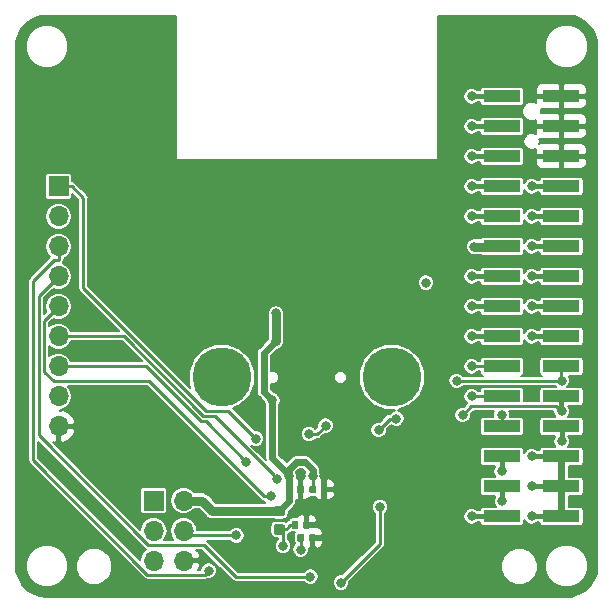
<source format=gbl>
G04 #@! TF.GenerationSoftware,KiCad,Pcbnew,(5.0.0)*
G04 #@! TF.CreationDate,2018-09-04T03:51:54+09:00*
G04 #@! TF.ProjectId,M5Stack_WiSUN,4D35537461636B5F576953554E2E6B69,rev?*
G04 #@! TF.SameCoordinates,PX989680PY55d4a80*
G04 #@! TF.FileFunction,Copper,L2,Bot,Signal*
G04 #@! TF.FilePolarity,Positive*
%FSLAX46Y46*%
G04 Gerber Fmt 4.6, Leading zero omitted, Abs format (unit mm)*
G04 Created by KiCad (PCBNEW (5.0.0)) date 09/04/18 03:51:54*
%MOMM*%
%LPD*%
G01*
G04 APERTURE LIST*
G04 #@! TA.AperFunction,WasherPad*
%ADD10C,5.000000*%
G04 #@! TD*
G04 #@! TA.AperFunction,SMDPad,CuDef*
%ADD11R,3.150000X1.000000*%
G04 #@! TD*
G04 #@! TA.AperFunction,ComponentPad*
%ADD12R,1.700000X1.700000*%
G04 #@! TD*
G04 #@! TA.AperFunction,ComponentPad*
%ADD13O,1.700000X1.700000*%
G04 #@! TD*
G04 #@! TA.AperFunction,Conductor*
%ADD14C,0.100000*%
G04 #@! TD*
G04 #@! TA.AperFunction,SMDPad,CuDef*
%ADD15C,0.590000*%
G04 #@! TD*
G04 #@! TA.AperFunction,SMDPad,CuDef*
%ADD16C,0.875000*%
G04 #@! TD*
G04 #@! TA.AperFunction,ViaPad*
%ADD17C,0.800000*%
G04 #@! TD*
G04 #@! TA.AperFunction,Conductor*
%ADD18C,0.250000*%
G04 #@! TD*
G04 #@! TA.AperFunction,Conductor*
%ADD19C,0.400000*%
G04 #@! TD*
G04 #@! TA.AperFunction,Conductor*
%ADD20C,0.800000*%
G04 #@! TD*
G04 #@! TA.AperFunction,Conductor*
%ADD21C,0.600000*%
G04 #@! TD*
G04 #@! TA.AperFunction,Conductor*
%ADD22C,0.200000*%
G04 #@! TD*
G04 APERTURE END LIST*
D10*
G04 #@! TO.P,U1,*
G04 #@! TO.N,*
X17800000Y19000000D03*
X32200000Y19000000D03*
G04 #@! TD*
D11*
G04 #@! TO.P,J2,1*
G04 #@! TO.N,GND*
X46575000Y42780000D03*
G04 #@! TO.P,J2,2*
G04 #@! TO.N,/ADC_G35*
X41525000Y42780000D03*
G04 #@! TO.P,J2,3*
G04 #@! TO.N,GND*
X46575000Y40240000D03*
G04 #@! TO.P,J2,4*
G04 #@! TO.N,/ADC_G36*
X41525000Y40240000D03*
G04 #@! TO.P,J2,5*
G04 #@! TO.N,GND*
X46575000Y37700000D03*
G04 #@! TO.P,J2,6*
G04 #@! TO.N,/RST*
X41525000Y37700000D03*
G04 #@! TO.P,J2,7*
G04 #@! TO.N,/MOSI*
X46575000Y35160000D03*
G04 #@! TO.P,J2,8*
G04 #@! TO.N,/DAC_SPK*
X41525000Y35160000D03*
G04 #@! TO.P,J2,9*
G04 #@! TO.N,/MISO*
X46575000Y32620000D03*
G04 #@! TO.P,J2,10*
G04 #@! TO.N,/DAC*
X41525000Y32620000D03*
G04 #@! TO.P,J2,11*
G04 #@! TO.N,/SCK*
X46575000Y30080000D03*
G04 #@! TO.P,J2,12*
G04 #@! TO.N,+3V3*
X41525000Y30080000D03*
G04 #@! TO.P,J2,13*
G04 #@! TO.N,/RXD0*
X46575000Y27540000D03*
G04 #@! TO.P,J2,14*
G04 #@! TO.N,/TXD0*
X41525000Y27540000D03*
G04 #@! TO.P,J2,15*
G04 #@! TO.N,/RXD2*
X46575000Y25000000D03*
G04 #@! TO.P,J2,16*
G04 #@! TO.N,/TXD2*
X41525000Y25000000D03*
G04 #@! TO.P,J2,17*
G04 #@! TO.N,/SDA*
X46575000Y22460000D03*
G04 #@! TO.P,J2,18*
G04 #@! TO.N,/SCL*
X41525000Y22460000D03*
G04 #@! TO.P,J2,19*
G04 #@! TO.N,/GPIO_G2*
X46575000Y19920000D03*
G04 #@! TO.P,J2,20*
G04 #@! TO.N,/GPIO_G5*
X41525000Y19920000D03*
G04 #@! TO.P,J2,21*
G04 #@! TO.N,/IIS_SK*
X46575000Y17380000D03*
G04 #@! TO.P,J2,22*
G04 #@! TO.N,/IIS_WS*
X41525000Y17380000D03*
G04 #@! TO.P,J2,23*
G04 #@! TO.N,/IIS_OUT*
X46575000Y14840000D03*
G04 #@! TO.P,J2,24*
G04 #@! TO.N,/IIS_MK*
X41525000Y14840000D03*
G04 #@! TO.P,J2,25*
G04 #@! TO.N,/HPWR*
X46575000Y12300000D03*
G04 #@! TO.P,J2,26*
G04 #@! TO.N,/IIS_IN*
X41525000Y12300000D03*
G04 #@! TO.P,J2,27*
G04 #@! TO.N,/HPWR*
X46575000Y9760000D03*
G04 #@! TO.P,J2,28*
G04 #@! TO.N,+5V*
X41525000Y9760000D03*
G04 #@! TO.P,J2,29*
G04 #@! TO.N,/HPWR*
X46575000Y7220000D03*
G04 #@! TO.P,J2,30*
G04 #@! TO.N,/BATTERY*
X41525000Y7220000D03*
G04 #@! TD*
D12*
G04 #@! TO.P,J3,1*
G04 #@! TO.N,/AVR_ADC3*
X4000000Y35160000D03*
D13*
G04 #@! TO.P,J3,2*
G04 #@! TO.N,/AVR_ADC2*
X4000000Y32620000D03*
G04 #@! TO.P,J3,3*
G04 #@! TO.N,/AVR_ADC1*
X4000000Y30080000D03*
G04 #@! TO.P,J3,4*
G04 #@! TO.N,/AVR_ADC0*
X4000000Y27540000D03*
G04 #@! TO.P,J3,5*
G04 #@! TO.N,/AVR_PB1*
X4000000Y25000000D03*
G04 #@! TO.P,J3,6*
G04 #@! TO.N,/AVR_PD4*
X4000000Y22460000D03*
G04 #@! TO.P,J3,7*
G04 #@! TO.N,/AVR_PD5*
X4000000Y19920000D03*
G04 #@! TO.P,J3,8*
G04 #@! TO.N,+3V3*
X4000000Y17380000D03*
G04 #@! TO.P,J3,9*
G04 #@! TO.N,GND*
X4000000Y14840000D03*
G04 #@! TD*
D14*
G04 #@! TO.N,GND*
G04 #@! TO.C,C1*
G36*
X25646958Y5719290D02*
X25661276Y5717166D01*
X25675317Y5713649D01*
X25688946Y5708772D01*
X25702031Y5702583D01*
X25714447Y5695142D01*
X25726073Y5686519D01*
X25736798Y5676798D01*
X25746519Y5666073D01*
X25755142Y5654447D01*
X25762583Y5642031D01*
X25768772Y5628946D01*
X25773649Y5615317D01*
X25777166Y5601276D01*
X25779290Y5586958D01*
X25780000Y5572500D01*
X25780000Y5227500D01*
X25779290Y5213042D01*
X25777166Y5198724D01*
X25773649Y5184683D01*
X25768772Y5171054D01*
X25762583Y5157969D01*
X25755142Y5145553D01*
X25746519Y5133927D01*
X25736798Y5123202D01*
X25726073Y5113481D01*
X25714447Y5104858D01*
X25702031Y5097417D01*
X25688946Y5091228D01*
X25675317Y5086351D01*
X25661276Y5082834D01*
X25646958Y5080710D01*
X25632500Y5080000D01*
X25337500Y5080000D01*
X25323042Y5080710D01*
X25308724Y5082834D01*
X25294683Y5086351D01*
X25281054Y5091228D01*
X25267969Y5097417D01*
X25255553Y5104858D01*
X25243927Y5113481D01*
X25233202Y5123202D01*
X25223481Y5133927D01*
X25214858Y5145553D01*
X25207417Y5157969D01*
X25201228Y5171054D01*
X25196351Y5184683D01*
X25192834Y5198724D01*
X25190710Y5213042D01*
X25190000Y5227500D01*
X25190000Y5572500D01*
X25190710Y5586958D01*
X25192834Y5601276D01*
X25196351Y5615317D01*
X25201228Y5628946D01*
X25207417Y5642031D01*
X25214858Y5654447D01*
X25223481Y5666073D01*
X25233202Y5676798D01*
X25243927Y5686519D01*
X25255553Y5695142D01*
X25267969Y5702583D01*
X25281054Y5708772D01*
X25294683Y5713649D01*
X25308724Y5717166D01*
X25323042Y5719290D01*
X25337500Y5720000D01*
X25632500Y5720000D01*
X25646958Y5719290D01*
X25646958Y5719290D01*
G37*
D15*
G04 #@! TD*
G04 #@! TO.P,C1,2*
G04 #@! TO.N,GND*
X25485000Y5400000D03*
D14*
G04 #@! TO.N,Net-(C1-Pad1)*
G04 #@! TO.C,C1*
G36*
X24676958Y5719290D02*
X24691276Y5717166D01*
X24705317Y5713649D01*
X24718946Y5708772D01*
X24732031Y5702583D01*
X24744447Y5695142D01*
X24756073Y5686519D01*
X24766798Y5676798D01*
X24776519Y5666073D01*
X24785142Y5654447D01*
X24792583Y5642031D01*
X24798772Y5628946D01*
X24803649Y5615317D01*
X24807166Y5601276D01*
X24809290Y5586958D01*
X24810000Y5572500D01*
X24810000Y5227500D01*
X24809290Y5213042D01*
X24807166Y5198724D01*
X24803649Y5184683D01*
X24798772Y5171054D01*
X24792583Y5157969D01*
X24785142Y5145553D01*
X24776519Y5133927D01*
X24766798Y5123202D01*
X24756073Y5113481D01*
X24744447Y5104858D01*
X24732031Y5097417D01*
X24718946Y5091228D01*
X24705317Y5086351D01*
X24691276Y5082834D01*
X24676958Y5080710D01*
X24662500Y5080000D01*
X24367500Y5080000D01*
X24353042Y5080710D01*
X24338724Y5082834D01*
X24324683Y5086351D01*
X24311054Y5091228D01*
X24297969Y5097417D01*
X24285553Y5104858D01*
X24273927Y5113481D01*
X24263202Y5123202D01*
X24253481Y5133927D01*
X24244858Y5145553D01*
X24237417Y5157969D01*
X24231228Y5171054D01*
X24226351Y5184683D01*
X24222834Y5198724D01*
X24220710Y5213042D01*
X24220000Y5227500D01*
X24220000Y5572500D01*
X24220710Y5586958D01*
X24222834Y5601276D01*
X24226351Y5615317D01*
X24231228Y5628946D01*
X24237417Y5642031D01*
X24244858Y5654447D01*
X24253481Y5666073D01*
X24263202Y5676798D01*
X24273927Y5686519D01*
X24285553Y5695142D01*
X24297969Y5702583D01*
X24311054Y5708772D01*
X24324683Y5713649D01*
X24338724Y5717166D01*
X24353042Y5719290D01*
X24367500Y5720000D01*
X24662500Y5720000D01*
X24676958Y5719290D01*
X24676958Y5719290D01*
G37*
D15*
G04 #@! TD*
G04 #@! TO.P,C1,1*
G04 #@! TO.N,Net-(C1-Pad1)*
X24515000Y5400000D03*
D14*
G04 #@! TO.N,Net-(C2-Pad1)*
G04 #@! TO.C,C2*
G36*
X24176958Y6819290D02*
X24191276Y6817166D01*
X24205317Y6813649D01*
X24218946Y6808772D01*
X24232031Y6802583D01*
X24244447Y6795142D01*
X24256073Y6786519D01*
X24266798Y6776798D01*
X24276519Y6766073D01*
X24285142Y6754447D01*
X24292583Y6742031D01*
X24298772Y6728946D01*
X24303649Y6715317D01*
X24307166Y6701276D01*
X24309290Y6686958D01*
X24310000Y6672500D01*
X24310000Y6327500D01*
X24309290Y6313042D01*
X24307166Y6298724D01*
X24303649Y6284683D01*
X24298772Y6271054D01*
X24292583Y6257969D01*
X24285142Y6245553D01*
X24276519Y6233927D01*
X24266798Y6223202D01*
X24256073Y6213481D01*
X24244447Y6204858D01*
X24232031Y6197417D01*
X24218946Y6191228D01*
X24205317Y6186351D01*
X24191276Y6182834D01*
X24176958Y6180710D01*
X24162500Y6180000D01*
X23867500Y6180000D01*
X23853042Y6180710D01*
X23838724Y6182834D01*
X23824683Y6186351D01*
X23811054Y6191228D01*
X23797969Y6197417D01*
X23785553Y6204858D01*
X23773927Y6213481D01*
X23763202Y6223202D01*
X23753481Y6233927D01*
X23744858Y6245553D01*
X23737417Y6257969D01*
X23731228Y6271054D01*
X23726351Y6284683D01*
X23722834Y6298724D01*
X23720710Y6313042D01*
X23720000Y6327500D01*
X23720000Y6672500D01*
X23720710Y6686958D01*
X23722834Y6701276D01*
X23726351Y6715317D01*
X23731228Y6728946D01*
X23737417Y6742031D01*
X23744858Y6754447D01*
X23753481Y6766073D01*
X23763202Y6776798D01*
X23773927Y6786519D01*
X23785553Y6795142D01*
X23797969Y6802583D01*
X23811054Y6808772D01*
X23824683Y6813649D01*
X23838724Y6817166D01*
X23853042Y6819290D01*
X23867500Y6820000D01*
X24162500Y6820000D01*
X24176958Y6819290D01*
X24176958Y6819290D01*
G37*
D15*
G04 #@! TD*
G04 #@! TO.P,C2,1*
G04 #@! TO.N,Net-(C2-Pad1)*
X24015000Y6500000D03*
D14*
G04 #@! TO.N,GND*
G04 #@! TO.C,C2*
G36*
X25146958Y6819290D02*
X25161276Y6817166D01*
X25175317Y6813649D01*
X25188946Y6808772D01*
X25202031Y6802583D01*
X25214447Y6795142D01*
X25226073Y6786519D01*
X25236798Y6776798D01*
X25246519Y6766073D01*
X25255142Y6754447D01*
X25262583Y6742031D01*
X25268772Y6728946D01*
X25273649Y6715317D01*
X25277166Y6701276D01*
X25279290Y6686958D01*
X25280000Y6672500D01*
X25280000Y6327500D01*
X25279290Y6313042D01*
X25277166Y6298724D01*
X25273649Y6284683D01*
X25268772Y6271054D01*
X25262583Y6257969D01*
X25255142Y6245553D01*
X25246519Y6233927D01*
X25236798Y6223202D01*
X25226073Y6213481D01*
X25214447Y6204858D01*
X25202031Y6197417D01*
X25188946Y6191228D01*
X25175317Y6186351D01*
X25161276Y6182834D01*
X25146958Y6180710D01*
X25132500Y6180000D01*
X24837500Y6180000D01*
X24823042Y6180710D01*
X24808724Y6182834D01*
X24794683Y6186351D01*
X24781054Y6191228D01*
X24767969Y6197417D01*
X24755553Y6204858D01*
X24743927Y6213481D01*
X24733202Y6223202D01*
X24723481Y6233927D01*
X24714858Y6245553D01*
X24707417Y6257969D01*
X24701228Y6271054D01*
X24696351Y6284683D01*
X24692834Y6298724D01*
X24690710Y6313042D01*
X24690000Y6327500D01*
X24690000Y6672500D01*
X24690710Y6686958D01*
X24692834Y6701276D01*
X24696351Y6715317D01*
X24701228Y6728946D01*
X24707417Y6742031D01*
X24714858Y6754447D01*
X24723481Y6766073D01*
X24733202Y6776798D01*
X24743927Y6786519D01*
X24755553Y6795142D01*
X24767969Y6802583D01*
X24781054Y6808772D01*
X24794683Y6813649D01*
X24808724Y6817166D01*
X24823042Y6819290D01*
X24837500Y6820000D01*
X25132500Y6820000D01*
X25146958Y6819290D01*
X25146958Y6819290D01*
G37*
D15*
G04 #@! TD*
G04 #@! TO.P,C2,2*
G04 #@! TO.N,GND*
X24985000Y6500000D03*
D14*
G04 #@! TO.N,GND*
G04 #@! TO.C,C3*
G36*
X24646958Y9819290D02*
X24661276Y9817166D01*
X24675317Y9813649D01*
X24688946Y9808772D01*
X24702031Y9802583D01*
X24714447Y9795142D01*
X24726073Y9786519D01*
X24736798Y9776798D01*
X24746519Y9766073D01*
X24755142Y9754447D01*
X24762583Y9742031D01*
X24768772Y9728946D01*
X24773649Y9715317D01*
X24777166Y9701276D01*
X24779290Y9686958D01*
X24780000Y9672500D01*
X24780000Y9327500D01*
X24779290Y9313042D01*
X24777166Y9298724D01*
X24773649Y9284683D01*
X24768772Y9271054D01*
X24762583Y9257969D01*
X24755142Y9245553D01*
X24746519Y9233927D01*
X24736798Y9223202D01*
X24726073Y9213481D01*
X24714447Y9204858D01*
X24702031Y9197417D01*
X24688946Y9191228D01*
X24675317Y9186351D01*
X24661276Y9182834D01*
X24646958Y9180710D01*
X24632500Y9180000D01*
X24337500Y9180000D01*
X24323042Y9180710D01*
X24308724Y9182834D01*
X24294683Y9186351D01*
X24281054Y9191228D01*
X24267969Y9197417D01*
X24255553Y9204858D01*
X24243927Y9213481D01*
X24233202Y9223202D01*
X24223481Y9233927D01*
X24214858Y9245553D01*
X24207417Y9257969D01*
X24201228Y9271054D01*
X24196351Y9284683D01*
X24192834Y9298724D01*
X24190710Y9313042D01*
X24190000Y9327500D01*
X24190000Y9672500D01*
X24190710Y9686958D01*
X24192834Y9701276D01*
X24196351Y9715317D01*
X24201228Y9728946D01*
X24207417Y9742031D01*
X24214858Y9754447D01*
X24223481Y9766073D01*
X24233202Y9776798D01*
X24243927Y9786519D01*
X24255553Y9795142D01*
X24267969Y9802583D01*
X24281054Y9808772D01*
X24294683Y9813649D01*
X24308724Y9817166D01*
X24323042Y9819290D01*
X24337500Y9820000D01*
X24632500Y9820000D01*
X24646958Y9819290D01*
X24646958Y9819290D01*
G37*
D15*
G04 #@! TD*
G04 #@! TO.P,C3,2*
G04 #@! TO.N,GND*
X24485000Y9500000D03*
D14*
G04 #@! TO.N,+3V3*
G04 #@! TO.C,C3*
G36*
X23676958Y9819290D02*
X23691276Y9817166D01*
X23705317Y9813649D01*
X23718946Y9808772D01*
X23732031Y9802583D01*
X23744447Y9795142D01*
X23756073Y9786519D01*
X23766798Y9776798D01*
X23776519Y9766073D01*
X23785142Y9754447D01*
X23792583Y9742031D01*
X23798772Y9728946D01*
X23803649Y9715317D01*
X23807166Y9701276D01*
X23809290Y9686958D01*
X23810000Y9672500D01*
X23810000Y9327500D01*
X23809290Y9313042D01*
X23807166Y9298724D01*
X23803649Y9284683D01*
X23798772Y9271054D01*
X23792583Y9257969D01*
X23785142Y9245553D01*
X23776519Y9233927D01*
X23766798Y9223202D01*
X23756073Y9213481D01*
X23744447Y9204858D01*
X23732031Y9197417D01*
X23718946Y9191228D01*
X23705317Y9186351D01*
X23691276Y9182834D01*
X23676958Y9180710D01*
X23662500Y9180000D01*
X23367500Y9180000D01*
X23353042Y9180710D01*
X23338724Y9182834D01*
X23324683Y9186351D01*
X23311054Y9191228D01*
X23297969Y9197417D01*
X23285553Y9204858D01*
X23273927Y9213481D01*
X23263202Y9223202D01*
X23253481Y9233927D01*
X23244858Y9245553D01*
X23237417Y9257969D01*
X23231228Y9271054D01*
X23226351Y9284683D01*
X23222834Y9298724D01*
X23220710Y9313042D01*
X23220000Y9327500D01*
X23220000Y9672500D01*
X23220710Y9686958D01*
X23222834Y9701276D01*
X23226351Y9715317D01*
X23231228Y9728946D01*
X23237417Y9742031D01*
X23244858Y9754447D01*
X23253481Y9766073D01*
X23263202Y9776798D01*
X23273927Y9786519D01*
X23285553Y9795142D01*
X23297969Y9802583D01*
X23311054Y9808772D01*
X23324683Y9813649D01*
X23338724Y9817166D01*
X23353042Y9819290D01*
X23367500Y9820000D01*
X23662500Y9820000D01*
X23676958Y9819290D01*
X23676958Y9819290D01*
G37*
D15*
G04 #@! TD*
G04 #@! TO.P,C3,1*
G04 #@! TO.N,+3V3*
X23515000Y9500000D03*
D14*
G04 #@! TO.N,+3V3*
G04 #@! TO.C,C4*
G36*
X25676958Y9819290D02*
X25691276Y9817166D01*
X25705317Y9813649D01*
X25718946Y9808772D01*
X25732031Y9802583D01*
X25744447Y9795142D01*
X25756073Y9786519D01*
X25766798Y9776798D01*
X25776519Y9766073D01*
X25785142Y9754447D01*
X25792583Y9742031D01*
X25798772Y9728946D01*
X25803649Y9715317D01*
X25807166Y9701276D01*
X25809290Y9686958D01*
X25810000Y9672500D01*
X25810000Y9327500D01*
X25809290Y9313042D01*
X25807166Y9298724D01*
X25803649Y9284683D01*
X25798772Y9271054D01*
X25792583Y9257969D01*
X25785142Y9245553D01*
X25776519Y9233927D01*
X25766798Y9223202D01*
X25756073Y9213481D01*
X25744447Y9204858D01*
X25732031Y9197417D01*
X25718946Y9191228D01*
X25705317Y9186351D01*
X25691276Y9182834D01*
X25676958Y9180710D01*
X25662500Y9180000D01*
X25367500Y9180000D01*
X25353042Y9180710D01*
X25338724Y9182834D01*
X25324683Y9186351D01*
X25311054Y9191228D01*
X25297969Y9197417D01*
X25285553Y9204858D01*
X25273927Y9213481D01*
X25263202Y9223202D01*
X25253481Y9233927D01*
X25244858Y9245553D01*
X25237417Y9257969D01*
X25231228Y9271054D01*
X25226351Y9284683D01*
X25222834Y9298724D01*
X25220710Y9313042D01*
X25220000Y9327500D01*
X25220000Y9672500D01*
X25220710Y9686958D01*
X25222834Y9701276D01*
X25226351Y9715317D01*
X25231228Y9728946D01*
X25237417Y9742031D01*
X25244858Y9754447D01*
X25253481Y9766073D01*
X25263202Y9776798D01*
X25273927Y9786519D01*
X25285553Y9795142D01*
X25297969Y9802583D01*
X25311054Y9808772D01*
X25324683Y9813649D01*
X25338724Y9817166D01*
X25353042Y9819290D01*
X25367500Y9820000D01*
X25662500Y9820000D01*
X25676958Y9819290D01*
X25676958Y9819290D01*
G37*
D15*
G04 #@! TD*
G04 #@! TO.P,C4,1*
G04 #@! TO.N,+3V3*
X25515000Y9500000D03*
D14*
G04 #@! TO.N,GND*
G04 #@! TO.C,C4*
G36*
X26646958Y9819290D02*
X26661276Y9817166D01*
X26675317Y9813649D01*
X26688946Y9808772D01*
X26702031Y9802583D01*
X26714447Y9795142D01*
X26726073Y9786519D01*
X26736798Y9776798D01*
X26746519Y9766073D01*
X26755142Y9754447D01*
X26762583Y9742031D01*
X26768772Y9728946D01*
X26773649Y9715317D01*
X26777166Y9701276D01*
X26779290Y9686958D01*
X26780000Y9672500D01*
X26780000Y9327500D01*
X26779290Y9313042D01*
X26777166Y9298724D01*
X26773649Y9284683D01*
X26768772Y9271054D01*
X26762583Y9257969D01*
X26755142Y9245553D01*
X26746519Y9233927D01*
X26736798Y9223202D01*
X26726073Y9213481D01*
X26714447Y9204858D01*
X26702031Y9197417D01*
X26688946Y9191228D01*
X26675317Y9186351D01*
X26661276Y9182834D01*
X26646958Y9180710D01*
X26632500Y9180000D01*
X26337500Y9180000D01*
X26323042Y9180710D01*
X26308724Y9182834D01*
X26294683Y9186351D01*
X26281054Y9191228D01*
X26267969Y9197417D01*
X26255553Y9204858D01*
X26243927Y9213481D01*
X26233202Y9223202D01*
X26223481Y9233927D01*
X26214858Y9245553D01*
X26207417Y9257969D01*
X26201228Y9271054D01*
X26196351Y9284683D01*
X26192834Y9298724D01*
X26190710Y9313042D01*
X26190000Y9327500D01*
X26190000Y9672500D01*
X26190710Y9686958D01*
X26192834Y9701276D01*
X26196351Y9715317D01*
X26201228Y9728946D01*
X26207417Y9742031D01*
X26214858Y9754447D01*
X26223481Y9766073D01*
X26233202Y9776798D01*
X26243927Y9786519D01*
X26255553Y9795142D01*
X26267969Y9802583D01*
X26281054Y9808772D01*
X26294683Y9813649D01*
X26308724Y9817166D01*
X26323042Y9819290D01*
X26337500Y9820000D01*
X26632500Y9820000D01*
X26646958Y9819290D01*
X26646958Y9819290D01*
G37*
D15*
G04 #@! TD*
G04 #@! TO.P,C4,2*
G04 #@! TO.N,GND*
X26485000Y9500000D03*
D14*
G04 #@! TO.N,Net-(C2-Pad1)*
G04 #@! TO.C,L1*
G36*
X22977691Y6548947D02*
X22998926Y6545797D01*
X23019750Y6540581D01*
X23039962Y6533349D01*
X23059368Y6524170D01*
X23077781Y6513134D01*
X23095024Y6500346D01*
X23110930Y6485930D01*
X23125346Y6470024D01*
X23138134Y6452781D01*
X23149170Y6434368D01*
X23158349Y6414962D01*
X23165581Y6394750D01*
X23170797Y6373926D01*
X23173947Y6352691D01*
X23175000Y6331250D01*
X23175000Y5893750D01*
X23173947Y5872309D01*
X23170797Y5851074D01*
X23165581Y5830250D01*
X23158349Y5810038D01*
X23149170Y5790632D01*
X23138134Y5772219D01*
X23125346Y5754976D01*
X23110930Y5739070D01*
X23095024Y5724654D01*
X23077781Y5711866D01*
X23059368Y5700830D01*
X23039962Y5691651D01*
X23019750Y5684419D01*
X22998926Y5679203D01*
X22977691Y5676053D01*
X22956250Y5675000D01*
X22443750Y5675000D01*
X22422309Y5676053D01*
X22401074Y5679203D01*
X22380250Y5684419D01*
X22360038Y5691651D01*
X22340632Y5700830D01*
X22322219Y5711866D01*
X22304976Y5724654D01*
X22289070Y5739070D01*
X22274654Y5754976D01*
X22261866Y5772219D01*
X22250830Y5790632D01*
X22241651Y5810038D01*
X22234419Y5830250D01*
X22229203Y5851074D01*
X22226053Y5872309D01*
X22225000Y5893750D01*
X22225000Y6331250D01*
X22226053Y6352691D01*
X22229203Y6373926D01*
X22234419Y6394750D01*
X22241651Y6414962D01*
X22250830Y6434368D01*
X22261866Y6452781D01*
X22274654Y6470024D01*
X22289070Y6485930D01*
X22304976Y6500346D01*
X22322219Y6513134D01*
X22340632Y6524170D01*
X22360038Y6533349D01*
X22380250Y6540581D01*
X22401074Y6545797D01*
X22422309Y6548947D01*
X22443750Y6550000D01*
X22956250Y6550000D01*
X22977691Y6548947D01*
X22977691Y6548947D01*
G37*
D16*
G04 #@! TD*
G04 #@! TO.P,L1,1*
G04 #@! TO.N,Net-(C2-Pad1)*
X22700000Y6112500D03*
D14*
G04 #@! TO.N,+3V3*
G04 #@! TO.C,L1*
G36*
X22977691Y8123947D02*
X22998926Y8120797D01*
X23019750Y8115581D01*
X23039962Y8108349D01*
X23059368Y8099170D01*
X23077781Y8088134D01*
X23095024Y8075346D01*
X23110930Y8060930D01*
X23125346Y8045024D01*
X23138134Y8027781D01*
X23149170Y8009368D01*
X23158349Y7989962D01*
X23165581Y7969750D01*
X23170797Y7948926D01*
X23173947Y7927691D01*
X23175000Y7906250D01*
X23175000Y7468750D01*
X23173947Y7447309D01*
X23170797Y7426074D01*
X23165581Y7405250D01*
X23158349Y7385038D01*
X23149170Y7365632D01*
X23138134Y7347219D01*
X23125346Y7329976D01*
X23110930Y7314070D01*
X23095024Y7299654D01*
X23077781Y7286866D01*
X23059368Y7275830D01*
X23039962Y7266651D01*
X23019750Y7259419D01*
X22998926Y7254203D01*
X22977691Y7251053D01*
X22956250Y7250000D01*
X22443750Y7250000D01*
X22422309Y7251053D01*
X22401074Y7254203D01*
X22380250Y7259419D01*
X22360038Y7266651D01*
X22340632Y7275830D01*
X22322219Y7286866D01*
X22304976Y7299654D01*
X22289070Y7314070D01*
X22274654Y7329976D01*
X22261866Y7347219D01*
X22250830Y7365632D01*
X22241651Y7385038D01*
X22234419Y7405250D01*
X22229203Y7426074D01*
X22226053Y7447309D01*
X22225000Y7468750D01*
X22225000Y7906250D01*
X22226053Y7927691D01*
X22229203Y7948926D01*
X22234419Y7969750D01*
X22241651Y7989962D01*
X22250830Y8009368D01*
X22261866Y8027781D01*
X22274654Y8045024D01*
X22289070Y8060930D01*
X22304976Y8075346D01*
X22322219Y8088134D01*
X22340632Y8099170D01*
X22360038Y8108349D01*
X22380250Y8115581D01*
X22401074Y8120797D01*
X22422309Y8123947D01*
X22443750Y8125000D01*
X22956250Y8125000D01*
X22977691Y8123947D01*
X22977691Y8123947D01*
G37*
D16*
G04 #@! TD*
G04 #@! TO.P,L1,2*
G04 #@! TO.N,+3V3*
X22700000Y7687500D03*
D12*
G04 #@! TO.P,J4,1*
G04 #@! TO.N,/AVR_MISO*
X12050000Y8550000D03*
D13*
G04 #@! TO.P,J4,2*
G04 #@! TO.N,+3V3*
X14590000Y8550000D03*
G04 #@! TO.P,J4,3*
G04 #@! TO.N,/AVR_SCK*
X12050000Y6010000D03*
G04 #@! TO.P,J4,4*
G04 #@! TO.N,/AVR_MOSI*
X14590000Y6010000D03*
G04 #@! TO.P,J4,5*
G04 #@! TO.N,/AVR_RESET*
X12050000Y3470000D03*
G04 #@! TO.P,J4,6*
G04 #@! TO.N,GND*
X14590000Y3470000D03*
G04 #@! TD*
D17*
G04 #@! TO.N,Net-(C1-Pad1)*
X24500000Y4400000D03*
G04 #@! TO.N,GND*
X44050000Y42780000D03*
X44050000Y40240000D03*
X44050000Y37700000D03*
X23500000Y22050000D03*
X27000000Y22050000D03*
X23250000Y15900000D03*
X25500000Y4400000D03*
X26500000Y10600000D03*
X24500000Y10600000D03*
X24600000Y13200000D03*
X26200000Y13200000D03*
X27000000Y15900000D03*
X26000000Y15900000D03*
X8500000Y17700000D03*
X5700000Y16200000D03*
X6600000Y16200000D03*
X5700000Y13400000D03*
X5100000Y12500000D03*
X10400000Y7200000D03*
X10500000Y10100000D03*
X12500000Y10100000D03*
X15900000Y9900000D03*
X17600000Y9000000D03*
X17600000Y11300000D03*
X11300000Y17700000D03*
X7500000Y10100000D03*
X2600000Y12700000D03*
X10700000Y4400000D03*
X9500000Y5600000D03*
X1000000Y10100000D03*
X1000000Y6200000D03*
X1000000Y8100000D03*
X3000000Y8100000D03*
X5200000Y23700000D03*
X8100000Y23300000D03*
X5200000Y26300000D03*
X5200000Y28800000D03*
X5200000Y31400000D03*
X5700000Y36100000D03*
X6500000Y35300000D03*
X7000000Y31100000D03*
X7000000Y26900000D03*
X14600000Y19300000D03*
X13000000Y49000000D03*
X13000000Y47000000D03*
X13000000Y45000000D03*
X13000000Y43000000D03*
X13000000Y41000000D03*
X13000000Y39000000D03*
X13000000Y37000000D03*
X37000000Y49000000D03*
X37000000Y47000000D03*
X37000000Y45000000D03*
X37000000Y43000000D03*
X37000000Y41000000D03*
X37000000Y39000000D03*
X37000000Y37000000D03*
X15000000Y36000000D03*
X17000000Y36000000D03*
X19000000Y36000000D03*
X21000000Y36000000D03*
X23000000Y36000000D03*
X25000000Y36000000D03*
X27000000Y36000000D03*
X29000000Y36000000D03*
X31000000Y36000000D03*
X33000000Y36000000D03*
X35000000Y36000000D03*
X7000000Y49000000D03*
X7000000Y47000000D03*
X7000000Y45000000D03*
X7000000Y43000000D03*
X1000000Y43000000D03*
X3000000Y43000000D03*
X5000000Y43000000D03*
X44000000Y49000000D03*
X44000000Y47000000D03*
X44000000Y45000000D03*
X39000000Y45000000D03*
X39000000Y47000000D03*
X39000000Y49000000D03*
X42000000Y49000000D03*
X42000000Y47000000D03*
X42000000Y45000000D03*
X1000000Y41000000D03*
X1000000Y39000000D03*
X1000000Y37000000D03*
X1000000Y35000000D03*
X1000000Y33000000D03*
X1000000Y31000000D03*
X7000000Y33000000D03*
X7000000Y29000000D03*
X13000000Y21000000D03*
X11000000Y23000000D03*
X9000000Y25000000D03*
X7000000Y37000000D03*
X9000000Y49000000D03*
X11000000Y49000000D03*
X3000000Y37000000D03*
X10000000Y40000000D03*
X10000000Y46000000D03*
X10000000Y34000000D03*
X10000000Y28000000D03*
X13000000Y31000000D03*
X17000000Y31000000D03*
X21000000Y31000000D03*
X25000000Y31000000D03*
X29000000Y31000000D03*
X33000000Y31000000D03*
X37000000Y31000000D03*
X15000000Y27000000D03*
X19000000Y27000000D03*
X23000000Y27000000D03*
X27000000Y27000000D03*
X31000000Y27000000D03*
X13000000Y23000000D03*
X17000000Y23000000D03*
X29000000Y23000000D03*
X33000000Y23000000D03*
X37000000Y23000000D03*
X30000000Y1000000D03*
X33000000Y1000000D03*
X37000000Y1000000D03*
X40000000Y1000000D03*
X43500000Y6100000D03*
X37900000Y6600000D03*
X32100000Y5500000D03*
X32500000Y8100000D03*
X35600000Y8100000D03*
X33200000Y11600000D03*
X33200000Y13800000D03*
X34400000Y13800000D03*
X34400000Y11700000D03*
X28000000Y15000000D03*
X29000000Y14000000D03*
X30000000Y13000000D03*
X23300000Y13300000D03*
X33400000Y9800000D03*
X37600000Y10800000D03*
X35900000Y9700000D03*
X48600000Y6100000D03*
X40100000Y5900000D03*
X36100000Y5500000D03*
X9000000Y13700000D03*
X5400000Y21100000D03*
X9100000Y21700000D03*
X10200000Y20700000D03*
X25400000Y8000000D03*
X27800000Y9400000D03*
X26700000Y6700000D03*
X27700000Y6700000D03*
X19400000Y3700000D03*
X49100000Y42800000D03*
X49100000Y40200000D03*
X49100000Y37700000D03*
G04 #@! TO.N,Net-(C2-Pad1)*
X23000000Y4700000D03*
G04 #@! TO.N,+3V3*
X39200000Y30050000D03*
X22400000Y24400000D03*
X22100000Y17050000D03*
X22400000Y22050000D03*
X25500000Y10600000D03*
X23500000Y10600000D03*
X35100000Y27000000D03*
G04 #@! TO.N,/HPWR*
X44050000Y12300000D03*
X44050000Y9760000D03*
X44050000Y7220000D03*
G04 #@! TO.N,/BATTERY*
X38970000Y7220000D03*
G04 #@! TO.N,+5V*
X41525000Y8505000D03*
G04 #@! TO.N,/IIS_IN*
X41510000Y11030000D03*
G04 #@! TO.N,/IIS_OUT*
X46590000Y13570000D03*
G04 #@! TO.N,/IIS_MK*
X41500000Y15830000D03*
G04 #@! TO.N,/IIS_SK*
X46600000Y16100000D03*
X38200000Y15800000D03*
G04 #@! TO.N,/IIS_WS*
X38970000Y17380000D03*
G04 #@! TO.N,/GPIO_G2*
X46600000Y18700000D03*
X37700000Y18700000D03*
G04 #@! TO.N,/GPIO_G5*
X38970000Y19920000D03*
G04 #@! TO.N,/SDA*
X44050000Y22460000D03*
G04 #@! TO.N,/SCL*
X38970000Y22460000D03*
G04 #@! TO.N,/RXD2*
X44050000Y25000000D03*
G04 #@! TO.N,/TXD2*
X38970000Y25000000D03*
G04 #@! TO.N,/RXD0*
X44050000Y27540000D03*
G04 #@! TO.N,/TXD0*
X38970000Y27540000D03*
G04 #@! TO.N,/SCK*
X44050000Y30080000D03*
G04 #@! TO.N,/MISO*
X44050000Y32620000D03*
G04 #@! TO.N,/DAC*
X38970000Y32620000D03*
G04 #@! TO.N,/MOSI*
X44050000Y35160000D03*
G04 #@! TO.N,/DAC_SPK*
X38970000Y35160000D03*
G04 #@! TO.N,/RST*
X38970000Y37700000D03*
G04 #@! TO.N,/ADC_G36*
X38970000Y40240000D03*
G04 #@! TO.N,/ADC_G35*
X38970000Y42780000D03*
G04 #@! TO.N,/AVR_RESET*
X31200000Y8000000D03*
X27900000Y1600000D03*
G04 #@! TO.N,/AVR_MOSI*
X19050000Y5600000D03*
G04 #@! TO.N,/AVR_ADC3*
X20700000Y13800000D03*
G04 #@! TO.N,/AVR_ADC1*
X16707600Y2616800D03*
G04 #@! TO.N,/AVR_ADC0*
X25311600Y2125010D03*
G04 #@! TO.N,/AVR_PB1*
X21950012Y8924682D03*
G04 #@! TO.N,/AVR_PD4*
X22515960Y10409360D03*
G04 #@! TO.N,/BP35_RXD*
X32600000Y15500000D03*
X31100000Y14535000D03*
G04 #@! TO.N,/BP35_WKUP*
X26600000Y14900000D03*
X25200000Y14200000D03*
G04 #@! TO.N,/AVR_PD5*
X19900000Y11850000D03*
G04 #@! TD*
D18*
G04 #@! TO.N,Net-(C1-Pad1)*
X24500000Y4400000D02*
X24500000Y5385000D01*
X24500000Y5385000D02*
X24515000Y5400000D01*
D19*
G04 #@! TO.N,GND*
X44050000Y42780000D02*
X46575000Y42780000D01*
X46575000Y40240000D02*
X44050000Y40240000D01*
X44050000Y37700000D02*
X46575000Y37700000D01*
D18*
X25500000Y4400000D02*
X25500000Y5385000D01*
X25500000Y5385000D02*
X25485000Y5400000D01*
X26500000Y10600000D02*
X26500000Y9515000D01*
X26500000Y9515000D02*
X26485000Y9500000D01*
X24500000Y10600000D02*
X24500000Y9515000D01*
X24500000Y9515000D02*
X24485000Y9500000D01*
G04 #@! TO.N,Net-(C2-Pad1)*
X22700000Y6112500D02*
X23275000Y6112500D01*
X23275000Y6112500D02*
X23400000Y6237500D01*
X23400000Y6237500D02*
X23400000Y6280000D01*
X23400000Y6280000D02*
X23620000Y6500000D01*
X23620000Y6500000D02*
X24015000Y6500000D01*
X23000000Y4700000D02*
X23000000Y5812500D01*
X23000000Y5812500D02*
X22700000Y6112500D01*
D20*
G04 #@! TO.N,+3V3*
X39200000Y30050000D02*
X41495000Y30050000D01*
X41495000Y30050000D02*
X41525000Y30080000D01*
X22400000Y22050000D02*
X22400000Y24400000D01*
X22700000Y7687500D02*
X17012500Y7687500D01*
X17012500Y7687500D02*
X16150000Y8550000D01*
X16150000Y8550000D02*
X14590000Y8550000D01*
D21*
X23500000Y10600000D02*
X23500000Y9515000D01*
X23500000Y9515000D02*
X23515000Y9500000D01*
X23500000Y10600000D02*
X23500000Y11165700D01*
X23500000Y11165700D02*
X24134300Y11800000D01*
X24134300Y11800000D02*
X24865700Y11800000D01*
X24865700Y11800000D02*
X25500000Y11165700D01*
X25500000Y11165700D02*
X25500000Y10600000D01*
X22100000Y17050000D02*
X21400000Y17750000D01*
X21400000Y17750000D02*
X21400000Y21050000D01*
X21400000Y21050000D02*
X22400000Y22050000D01*
X22700000Y7687500D02*
X23515000Y8502500D01*
X23515000Y8502500D02*
X23515000Y9500000D01*
D18*
X25500000Y10600000D02*
X25500000Y9515000D01*
X25500000Y9515000D02*
X25515000Y9500000D01*
D21*
X22100000Y17050000D02*
X22100000Y12157322D01*
X23500000Y10757322D02*
X23500000Y10600000D01*
X22100000Y12157322D02*
X23500000Y10757322D01*
G04 #@! TO.N,/HPWR*
X46575000Y9760000D02*
X46575000Y12300000D01*
X46575000Y7220000D02*
X46575000Y9760000D01*
D19*
X46575000Y12300000D02*
X44050000Y12300000D01*
X44050000Y9760000D02*
X46575000Y9760000D01*
X46575000Y7220000D02*
X44050000Y7220000D01*
G04 #@! TO.N,/BATTERY*
X38970000Y7220000D02*
X41525000Y7220000D01*
G04 #@! TO.N,+5V*
X41525000Y9760000D02*
X41525000Y8505000D01*
G04 #@! TO.N,/IIS_IN*
X41510000Y11030000D02*
X41510000Y12285000D01*
X41510000Y12285000D02*
X41525000Y12300000D01*
G04 #@! TO.N,/IIS_OUT*
X46590000Y13570000D02*
X46590000Y14825000D01*
X46590000Y14825000D02*
X46575000Y14840000D01*
D18*
G04 #@! TO.N,/IIS_MK*
X41500000Y15830000D02*
X41500000Y14865000D01*
X41500000Y14865000D02*
X41525000Y14840000D01*
G04 #@! TO.N,/IIS_SK*
X46575000Y16125000D02*
X46145000Y16555000D01*
X46145000Y16555000D02*
X38955000Y16555000D01*
X38955000Y16555000D02*
X38200000Y15800000D01*
X46600000Y16100000D02*
X46575000Y16125000D01*
D19*
X46575000Y17380000D02*
X46575000Y16125000D01*
X46575000Y16125000D02*
X46600000Y16100000D01*
D18*
G04 #@! TO.N,/IIS_WS*
X41525000Y17380000D02*
X38970000Y17380000D01*
X41510000Y17365000D02*
X41525000Y17380000D01*
G04 #@! TO.N,/GPIO_G2*
X46600000Y18700000D02*
X38191700Y18700000D01*
X46575000Y19920000D02*
X46575000Y18725000D01*
X46575000Y18725000D02*
X46600000Y18700000D01*
X38191700Y18700000D02*
X37700000Y18700000D01*
G04 #@! TO.N,/GPIO_G5*
X38970000Y19920000D02*
X41525000Y19920000D01*
D19*
G04 #@! TO.N,/SDA*
X46575000Y22460000D02*
X44050000Y22460000D01*
G04 #@! TO.N,/SCL*
X38970000Y22460000D02*
X41525000Y22460000D01*
G04 #@! TO.N,/RXD2*
X44050000Y25000000D02*
X46575000Y25000000D01*
X46590000Y24985000D02*
X46575000Y25000000D01*
G04 #@! TO.N,/TXD2*
X41525000Y25000000D02*
X38970000Y25000000D01*
G04 #@! TO.N,/RXD0*
X44050000Y27540000D02*
X46575000Y27540000D01*
G04 #@! TO.N,/TXD0*
X41525000Y27540000D02*
X38970000Y27540000D01*
G04 #@! TO.N,/SCK*
X46575000Y30080000D02*
X44050000Y30080000D01*
G04 #@! TO.N,/MISO*
X44050000Y32620000D02*
X46575000Y32620000D01*
X46590000Y32605000D02*
X46575000Y32620000D01*
G04 #@! TO.N,/DAC*
X41525000Y32620000D02*
X38970000Y32620000D01*
G04 #@! TO.N,/MOSI*
X44050000Y35160000D02*
X46575000Y35160000D01*
X46590000Y35145000D02*
X46575000Y35160000D01*
G04 #@! TO.N,/DAC_SPK*
X41525000Y35160000D02*
X38970000Y35160000D01*
G04 #@! TO.N,/RST*
X38970000Y37700000D02*
X41525000Y37700000D01*
G04 #@! TO.N,/ADC_G36*
X41525000Y40240000D02*
X38970000Y40240000D01*
G04 #@! TO.N,/ADC_G35*
X38970000Y42780000D02*
X41525000Y42780000D01*
D18*
G04 #@! TO.N,/AVR_RESET*
X31200000Y4900000D02*
X27900000Y1600000D01*
X31200000Y8000000D02*
X31200000Y4900000D01*
G04 #@! TO.N,/AVR_MOSI*
X19050000Y5600000D02*
X15000000Y5600000D01*
X15000000Y5600000D02*
X14590000Y6010000D01*
G04 #@! TO.N,/AVR_ADC3*
X20700000Y13800000D02*
X18325001Y16174999D01*
X18325001Y16174999D02*
X16443999Y16174999D01*
X16443999Y16174999D02*
X6100000Y26518998D01*
X5100000Y35160000D02*
X4000000Y35160000D01*
X6100000Y34160000D02*
X5100000Y35160000D01*
X6100000Y26518998D02*
X6100000Y34160000D01*
G04 #@! TO.N,/AVR_ADC1*
X4000000Y30080000D02*
X4000000Y28904700D01*
X4000000Y28904700D02*
X3632700Y28904700D01*
X3632700Y28904700D02*
X1857900Y27129900D01*
X1857900Y27129900D02*
X1857900Y11960400D01*
X1857900Y11960400D02*
X11525200Y2293100D01*
X11525200Y2293100D02*
X16383900Y2293100D01*
X16383900Y2293100D02*
X16707600Y2616800D01*
G04 #@! TO.N,/AVR_ADC0*
X11548600Y4834600D02*
X16273000Y4834600D01*
X2308300Y14074900D02*
X11548600Y4834600D01*
X24745915Y2125010D02*
X25311600Y2125010D01*
X18982590Y2125010D02*
X24745915Y2125010D01*
X4000000Y27540000D02*
X2308300Y25848300D01*
X2308300Y25848300D02*
X2308300Y14074900D01*
X16273000Y4834600D02*
X18982590Y2125010D01*
G04 #@! TO.N,/AVR_PB1*
X2786800Y19460700D02*
X3597500Y18650000D01*
X11659009Y18650000D02*
X21384327Y8924682D01*
X21384327Y8924682D02*
X21950012Y8924682D01*
X3597500Y18650000D02*
X11659009Y18650000D01*
X2786800Y23786800D02*
X2786800Y19460700D01*
X4000000Y25000000D02*
X2786800Y23786800D01*
G04 #@! TO.N,/AVR_PD4*
X4000000Y22460000D02*
X9522588Y22460000D01*
X22115961Y10809359D02*
X22515960Y10409360D01*
X17200332Y15724988D02*
X22115961Y10809359D01*
X16257599Y15724988D02*
X17200332Y15724988D01*
X9522588Y22460000D02*
X16257599Y15724988D01*
G04 #@! TO.N,/BP35_RXD*
X32600000Y15500000D02*
X32065000Y15500000D01*
X32065000Y15500000D02*
X31100000Y14535000D01*
G04 #@! TO.N,/BP35_WKUP*
X25200000Y14200000D02*
X25900000Y14200000D01*
X25900000Y14200000D02*
X26600000Y14900000D01*
G04 #@! TO.N,/AVR_PD5*
X19900000Y11850000D02*
X16475023Y15274977D01*
X16475023Y15274977D02*
X16071199Y15274977D01*
X16071199Y15274977D02*
X11426176Y19920000D01*
X11426176Y19920000D02*
X5202081Y19920000D01*
X5202081Y19920000D02*
X4000000Y19920000D01*
G04 #@! TD*
D22*
G04 #@! TO.N,GND*
G36*
X13900000Y37500000D02*
X13907612Y37461732D01*
X13929289Y37429289D01*
X13961732Y37407612D01*
X14000000Y37400000D01*
X36000000Y37400000D01*
X36038268Y37407612D01*
X36070711Y37429289D01*
X36092388Y37461732D01*
X36100000Y37500000D01*
X36100000Y37839239D01*
X38270000Y37839239D01*
X38270000Y37560761D01*
X38376568Y37303482D01*
X38573482Y37106568D01*
X38830761Y37000000D01*
X39109239Y37000000D01*
X39366518Y37106568D01*
X39459950Y37200000D01*
X39644123Y37200000D01*
X39667407Y37082946D01*
X39733712Y36983712D01*
X39832946Y36917407D01*
X39950000Y36894123D01*
X43100000Y36894123D01*
X43217054Y36917407D01*
X43316288Y36983712D01*
X43382593Y37082946D01*
X43405877Y37200000D01*
X43405877Y37394000D01*
X44392000Y37394000D01*
X44392000Y37079062D01*
X44484562Y36855596D01*
X44655595Y36684563D01*
X44879061Y36592000D01*
X46269000Y36592000D01*
X46421000Y36744000D01*
X46421000Y37546000D01*
X46729000Y37546000D01*
X46729000Y36744000D01*
X46881000Y36592000D01*
X48270939Y36592000D01*
X48494405Y36684563D01*
X48665438Y36855596D01*
X48758000Y37079062D01*
X48758000Y37394000D01*
X48606000Y37546000D01*
X46729000Y37546000D01*
X46421000Y37546000D01*
X44544000Y37546000D01*
X44392000Y37394000D01*
X43405877Y37394000D01*
X43405877Y38200000D01*
X43382593Y38317054D01*
X43316288Y38416288D01*
X43217054Y38482593D01*
X43100000Y38505877D01*
X39950000Y38505877D01*
X39832946Y38482593D01*
X39733712Y38416288D01*
X39667407Y38317054D01*
X39644123Y38200000D01*
X39459950Y38200000D01*
X39366518Y38293432D01*
X39109239Y38400000D01*
X38830761Y38400000D01*
X38573482Y38293432D01*
X38376568Y38096518D01*
X38270000Y37839239D01*
X36100000Y37839239D01*
X36100000Y39109239D01*
X43350000Y39109239D01*
X43350000Y38830761D01*
X43456568Y38573482D01*
X43653482Y38376568D01*
X43910761Y38270000D01*
X44189239Y38270000D01*
X44408524Y38360830D01*
X44392000Y38320938D01*
X44392000Y38006000D01*
X44544000Y37854000D01*
X46421000Y37854000D01*
X46421000Y38656000D01*
X46729000Y38656000D01*
X46729000Y37854000D01*
X48606000Y37854000D01*
X48758000Y38006000D01*
X48758000Y38320938D01*
X48665438Y38544404D01*
X48494405Y38715437D01*
X48270939Y38808000D01*
X46881000Y38808000D01*
X46729000Y38656000D01*
X46421000Y38656000D01*
X46269000Y38808000D01*
X44879061Y38808000D01*
X44711890Y38738755D01*
X44750000Y38830761D01*
X44750000Y39109239D01*
X44711890Y39201245D01*
X44879061Y39132000D01*
X46269000Y39132000D01*
X46421000Y39284000D01*
X46421000Y40086000D01*
X46729000Y40086000D01*
X46729000Y39284000D01*
X46881000Y39132000D01*
X48270939Y39132000D01*
X48494405Y39224563D01*
X48665438Y39395596D01*
X48758000Y39619062D01*
X48758000Y39934000D01*
X48606000Y40086000D01*
X46729000Y40086000D01*
X46421000Y40086000D01*
X44544000Y40086000D01*
X44392000Y39934000D01*
X44392000Y39619062D01*
X44408524Y39579170D01*
X44189239Y39670000D01*
X43910761Y39670000D01*
X43653482Y39563432D01*
X43456568Y39366518D01*
X43350000Y39109239D01*
X36100000Y39109239D01*
X36100000Y40379239D01*
X38270000Y40379239D01*
X38270000Y40100761D01*
X38376568Y39843482D01*
X38573482Y39646568D01*
X38830761Y39540000D01*
X39109239Y39540000D01*
X39366518Y39646568D01*
X39459950Y39740000D01*
X39644123Y39740000D01*
X39667407Y39622946D01*
X39733712Y39523712D01*
X39832946Y39457407D01*
X39950000Y39434123D01*
X43100000Y39434123D01*
X43217054Y39457407D01*
X43316288Y39523712D01*
X43382593Y39622946D01*
X43405877Y39740000D01*
X43405877Y40740000D01*
X43382593Y40857054D01*
X43316288Y40956288D01*
X43217054Y41022593D01*
X43100000Y41045877D01*
X39950000Y41045877D01*
X39832946Y41022593D01*
X39733712Y40956288D01*
X39667407Y40857054D01*
X39644123Y40740000D01*
X39459950Y40740000D01*
X39366518Y40833432D01*
X39109239Y40940000D01*
X38830761Y40940000D01*
X38573482Y40833432D01*
X38376568Y40636518D01*
X38270000Y40379239D01*
X36100000Y40379239D01*
X36100000Y41669130D01*
X43250000Y41669130D01*
X43250000Y41350870D01*
X43371793Y41056836D01*
X43596836Y40831793D01*
X43890870Y40710000D01*
X44209130Y40710000D01*
X44392000Y40785747D01*
X44392000Y40546000D01*
X44544000Y40394000D01*
X46421000Y40394000D01*
X46421000Y41196000D01*
X46729000Y41196000D01*
X46729000Y40394000D01*
X48606000Y40394000D01*
X48758000Y40546000D01*
X48758000Y40860938D01*
X48665438Y41084404D01*
X48494405Y41255437D01*
X48270939Y41348000D01*
X46881000Y41348000D01*
X46729000Y41196000D01*
X46421000Y41196000D01*
X46269000Y41348000D01*
X44879061Y41348000D01*
X44842546Y41332875D01*
X44850000Y41350870D01*
X44850000Y41669130D01*
X44842546Y41687125D01*
X44879061Y41672000D01*
X46269000Y41672000D01*
X46421000Y41824000D01*
X46421000Y42626000D01*
X46729000Y42626000D01*
X46729000Y41824000D01*
X46881000Y41672000D01*
X48270939Y41672000D01*
X48494405Y41764563D01*
X48665438Y41935596D01*
X48758000Y42159062D01*
X48758000Y42474000D01*
X48606000Y42626000D01*
X46729000Y42626000D01*
X46421000Y42626000D01*
X44544000Y42626000D01*
X44392000Y42474000D01*
X44392000Y42234253D01*
X44209130Y42310000D01*
X43890870Y42310000D01*
X43596836Y42188207D01*
X43371793Y41963164D01*
X43250000Y41669130D01*
X36100000Y41669130D01*
X36100000Y42919239D01*
X38270000Y42919239D01*
X38270000Y42640761D01*
X38376568Y42383482D01*
X38573482Y42186568D01*
X38830761Y42080000D01*
X39109239Y42080000D01*
X39366518Y42186568D01*
X39459950Y42280000D01*
X39644123Y42280000D01*
X39667407Y42162946D01*
X39733712Y42063712D01*
X39832946Y41997407D01*
X39950000Y41974123D01*
X43100000Y41974123D01*
X43217054Y41997407D01*
X43316288Y42063712D01*
X43382593Y42162946D01*
X43405877Y42280000D01*
X43405877Y43280000D01*
X43382593Y43397054D01*
X43379998Y43400938D01*
X44392000Y43400938D01*
X44392000Y43086000D01*
X44544000Y42934000D01*
X46421000Y42934000D01*
X46421000Y43736000D01*
X46729000Y43736000D01*
X46729000Y42934000D01*
X48606000Y42934000D01*
X48758000Y43086000D01*
X48758000Y43400938D01*
X48665438Y43624404D01*
X48494405Y43795437D01*
X48270939Y43888000D01*
X46881000Y43888000D01*
X46729000Y43736000D01*
X46421000Y43736000D01*
X46269000Y43888000D01*
X44879061Y43888000D01*
X44655595Y43795437D01*
X44484562Y43624404D01*
X44392000Y43400938D01*
X43379998Y43400938D01*
X43316288Y43496288D01*
X43217054Y43562593D01*
X43100000Y43585877D01*
X39950000Y43585877D01*
X39832946Y43562593D01*
X39733712Y43496288D01*
X39667407Y43397054D01*
X39644123Y43280000D01*
X39459950Y43280000D01*
X39366518Y43373432D01*
X39109239Y43480000D01*
X38830761Y43480000D01*
X38573482Y43373432D01*
X38376568Y43176518D01*
X38270000Y42919239D01*
X36100000Y42919239D01*
X36100000Y47358042D01*
X45200000Y47358042D01*
X45200000Y46641958D01*
X45474034Y45980382D01*
X45980382Y45474034D01*
X46641958Y45200000D01*
X47358042Y45200000D01*
X48019618Y45474034D01*
X48525966Y45980382D01*
X48800000Y46641958D01*
X48800000Y47358042D01*
X48525966Y48019618D01*
X48019618Y48525966D01*
X47358042Y48800000D01*
X46641958Y48800000D01*
X45980382Y48525966D01*
X45474034Y48019618D01*
X45200000Y47358042D01*
X36100000Y47358042D01*
X36100000Y49625000D01*
X46978214Y49625000D01*
X47603294Y49552123D01*
X47854547Y49460923D01*
X48455688Y49160352D01*
X48682176Y49011860D01*
X49099885Y48570916D01*
X49120383Y48535626D01*
X49465809Y47844775D01*
X49582502Y47459483D01*
X49625001Y46983292D01*
X49625000Y3021787D01*
X49552123Y2396702D01*
X49460926Y2145459D01*
X49160352Y1544312D01*
X49011860Y1317824D01*
X48570918Y900116D01*
X48535628Y879618D01*
X47844775Y534191D01*
X47459483Y417498D01*
X46983304Y375000D01*
X3021787Y375000D01*
X2396702Y447877D01*
X2145459Y539074D01*
X1544312Y839648D01*
X1317824Y988140D01*
X900116Y1429082D01*
X879618Y1464372D01*
X534191Y2155225D01*
X417498Y2540517D01*
X375000Y3016696D01*
X375000Y3358042D01*
X1200000Y3358042D01*
X1200000Y2641958D01*
X1474034Y1980382D01*
X1980382Y1474034D01*
X2641958Y1200000D01*
X3358042Y1200000D01*
X4019618Y1474034D01*
X4525966Y1980382D01*
X4800000Y2641958D01*
X4800000Y3308314D01*
X5450000Y3308314D01*
X5450000Y2691686D01*
X5685974Y2121996D01*
X6121996Y1685974D01*
X6691686Y1450000D01*
X7308314Y1450000D01*
X7878004Y1685974D01*
X8314026Y2121996D01*
X8550000Y2691686D01*
X8550000Y3308314D01*
X8314026Y3878004D01*
X7878004Y4314026D01*
X7308314Y4550000D01*
X6691686Y4550000D01*
X6121996Y4314026D01*
X5685974Y3878004D01*
X5450000Y3308314D01*
X4800000Y3308314D01*
X4800000Y3358042D01*
X4525966Y4019618D01*
X4019618Y4525966D01*
X3358042Y4800000D01*
X2641958Y4800000D01*
X1980382Y4525966D01*
X1474034Y4019618D01*
X1200000Y3358042D01*
X375000Y3358042D01*
X375000Y27129900D01*
X1424574Y27129900D01*
X1432900Y27088043D01*
X1432901Y12002262D01*
X1424574Y11960400D01*
X1457559Y11794574D01*
X1500706Y11730000D01*
X1551493Y11653992D01*
X1586979Y11630281D01*
X11195081Y2022178D01*
X11218792Y1986692D01*
X11288272Y1940267D01*
X11359373Y1892759D01*
X11525200Y1859774D01*
X11567057Y1868100D01*
X16342043Y1868100D01*
X16383900Y1859774D01*
X16425757Y1868100D01*
X16425758Y1868100D01*
X16549727Y1892759D01*
X16585707Y1916800D01*
X16846839Y1916800D01*
X17104118Y2023368D01*
X17301032Y2220282D01*
X17407600Y2477561D01*
X17407600Y2756039D01*
X17301032Y3013318D01*
X17104118Y3210232D01*
X16846839Y3316800D01*
X16568361Y3316800D01*
X16311082Y3210232D01*
X16114168Y3013318D01*
X16007600Y2756039D01*
X16007600Y2718100D01*
X15832228Y2718100D01*
X15853477Y2742384D01*
X15997903Y3091090D01*
X15886889Y3316000D01*
X14744000Y3316000D01*
X14744000Y3296000D01*
X14436000Y3296000D01*
X14436000Y3316000D01*
X14416000Y3316000D01*
X14416000Y3624000D01*
X14436000Y3624000D01*
X14436000Y3644000D01*
X14744000Y3644000D01*
X14744000Y3624000D01*
X15886889Y3624000D01*
X15997903Y3848910D01*
X15853477Y4197616D01*
X15667984Y4409600D01*
X16096960Y4409600D01*
X18652471Y1854088D01*
X18676182Y1818602D01*
X18816763Y1724669D01*
X18940034Y1700149D01*
X18982590Y1691684D01*
X19024447Y1700010D01*
X24746650Y1700010D01*
X24915082Y1531578D01*
X25172361Y1425010D01*
X25450839Y1425010D01*
X25708118Y1531578D01*
X25905032Y1728492D01*
X25909483Y1739239D01*
X27200000Y1739239D01*
X27200000Y1460761D01*
X27306568Y1203482D01*
X27503482Y1006568D01*
X27760761Y900000D01*
X28039239Y900000D01*
X28296518Y1006568D01*
X28493432Y1203482D01*
X28600000Y1460761D01*
X28600000Y1698960D01*
X30209354Y3308314D01*
X41450000Y3308314D01*
X41450000Y2691686D01*
X41685974Y2121996D01*
X42121996Y1685974D01*
X42691686Y1450000D01*
X43308314Y1450000D01*
X43878004Y1685974D01*
X44314026Y2121996D01*
X44550000Y2691686D01*
X44550000Y3308314D01*
X44529402Y3358042D01*
X45200000Y3358042D01*
X45200000Y2641958D01*
X45474034Y1980382D01*
X45980382Y1474034D01*
X46641958Y1200000D01*
X47358042Y1200000D01*
X48019618Y1474034D01*
X48525966Y1980382D01*
X48800000Y2641958D01*
X48800000Y3358042D01*
X48525966Y4019618D01*
X48019618Y4525966D01*
X47358042Y4800000D01*
X46641958Y4800000D01*
X45980382Y4525966D01*
X45474034Y4019618D01*
X45200000Y3358042D01*
X44529402Y3358042D01*
X44314026Y3878004D01*
X43878004Y4314026D01*
X43308314Y4550000D01*
X42691686Y4550000D01*
X42121996Y4314026D01*
X41685974Y3878004D01*
X41450000Y3308314D01*
X30209354Y3308314D01*
X31470922Y4569881D01*
X31506408Y4593592D01*
X31600341Y4734173D01*
X31625000Y4858142D01*
X31633326Y4900000D01*
X31625000Y4941857D01*
X31625000Y7435050D01*
X31793432Y7603482D01*
X31900000Y7860761D01*
X31900000Y8139239D01*
X31793432Y8396518D01*
X31596518Y8593432D01*
X31339239Y8700000D01*
X31060761Y8700000D01*
X30803482Y8593432D01*
X30606568Y8396518D01*
X30500000Y8139239D01*
X30500000Y7860761D01*
X30606568Y7603482D01*
X30775000Y7435050D01*
X30775001Y5076042D01*
X27998960Y2300000D01*
X27760761Y2300000D01*
X27503482Y2193432D01*
X27306568Y1996518D01*
X27200000Y1739239D01*
X25909483Y1739239D01*
X26011600Y1985771D01*
X26011600Y2264249D01*
X25905032Y2521528D01*
X25708118Y2718442D01*
X25450839Y2825010D01*
X25172361Y2825010D01*
X24915082Y2718442D01*
X24746650Y2550010D01*
X19158631Y2550010D01*
X16603121Y5105519D01*
X16579408Y5141008D01*
X16528535Y5175000D01*
X18485050Y5175000D01*
X18653482Y5006568D01*
X18910761Y4900000D01*
X19189239Y4900000D01*
X19446518Y5006568D01*
X19643432Y5203482D01*
X19750000Y5460761D01*
X19750000Y5739239D01*
X19643432Y5996518D01*
X19446518Y6193432D01*
X19189239Y6300000D01*
X18910761Y6300000D01*
X18653482Y6193432D01*
X18485050Y6025000D01*
X15759545Y6025000D01*
X15698629Y6331250D01*
X21919123Y6331250D01*
X21919123Y5893750D01*
X21959058Y5692984D01*
X22072783Y5522783D01*
X22242984Y5409058D01*
X22443750Y5369123D01*
X22575001Y5369123D01*
X22575001Y5264951D01*
X22406568Y5096518D01*
X22300000Y4839239D01*
X22300000Y4560761D01*
X22406568Y4303482D01*
X22603482Y4106568D01*
X22860761Y4000000D01*
X23139239Y4000000D01*
X23396518Y4106568D01*
X23593432Y4303482D01*
X23700000Y4560761D01*
X23700000Y4839239D01*
X23593432Y5096518D01*
X23425000Y5264950D01*
X23425000Y5669125D01*
X23440942Y5692984D01*
X23445358Y5715187D01*
X23581408Y5806092D01*
X23605121Y5841581D01*
X23670920Y5907380D01*
X23683399Y5915718D01*
X23694000Y5908634D01*
X23867500Y5874123D01*
X24034243Y5874123D01*
X23948634Y5746000D01*
X23914123Y5572500D01*
X23914123Y5227500D01*
X23948634Y5054000D01*
X24034918Y4924868D01*
X23906568Y4796518D01*
X23800000Y4539239D01*
X23800000Y4260761D01*
X23906568Y4003482D01*
X24103482Y3806568D01*
X24360761Y3700000D01*
X24639239Y3700000D01*
X24896518Y3806568D01*
X25093432Y4003482D01*
X25200000Y4260761D01*
X25200000Y4486500D01*
X25337500Y4624000D01*
X25337500Y5246000D01*
X25632500Y5246000D01*
X25632500Y4624000D01*
X25784500Y4472000D01*
X25900939Y4472000D01*
X26124405Y4564563D01*
X26295438Y4735596D01*
X26388000Y4959062D01*
X26388000Y5094000D01*
X26236000Y5246000D01*
X25632500Y5246000D01*
X25337500Y5246000D01*
X25311000Y5246000D01*
X25311000Y5554000D01*
X25337500Y5554000D01*
X25337500Y5572000D01*
X25400939Y5572000D01*
X25405767Y5574000D01*
X25632500Y5574000D01*
X25632500Y5554000D01*
X26236000Y5554000D01*
X26388000Y5706000D01*
X26388000Y5840938D01*
X26295438Y6064404D01*
X26124405Y6235437D01*
X25900939Y6328000D01*
X25784500Y6328000D01*
X25769250Y6312750D01*
X25736000Y6346000D01*
X25132500Y6346000D01*
X25132500Y6328000D01*
X25069061Y6328000D01*
X25064233Y6326000D01*
X24837500Y6326000D01*
X24837500Y6346000D01*
X24811000Y6346000D01*
X24811000Y6654000D01*
X24837500Y6654000D01*
X24837500Y7276000D01*
X25132500Y7276000D01*
X25132500Y6654000D01*
X25736000Y6654000D01*
X25888000Y6806000D01*
X25888000Y6940938D01*
X25795438Y7164404D01*
X25624405Y7335437D01*
X25400939Y7428000D01*
X25284500Y7428000D01*
X25132500Y7276000D01*
X24837500Y7276000D01*
X24685500Y7428000D01*
X24569061Y7428000D01*
X24345595Y7335437D01*
X24174562Y7164404D01*
X24158604Y7125877D01*
X23867500Y7125877D01*
X23694000Y7091366D01*
X23546914Y6993086D01*
X23489660Y6907400D01*
X23454173Y6900341D01*
X23313592Y6806408D01*
X23289879Y6770919D01*
X23263651Y6744691D01*
X23157016Y6815942D01*
X22956250Y6855877D01*
X22443750Y6855877D01*
X22242984Y6815942D01*
X22072783Y6702217D01*
X21959058Y6532016D01*
X21919123Y6331250D01*
X15698629Y6331250D01*
X15673276Y6458707D01*
X15419103Y6839103D01*
X15038707Y7093276D01*
X14703261Y7160000D01*
X14476739Y7160000D01*
X14141293Y7093276D01*
X13760897Y6839103D01*
X13506724Y6458707D01*
X13417471Y6010000D01*
X13506724Y5561293D01*
X13708309Y5259600D01*
X12931691Y5259600D01*
X13133276Y5561293D01*
X13222529Y6010000D01*
X13133276Y6458707D01*
X12879103Y6839103D01*
X12498707Y7093276D01*
X12163261Y7160000D01*
X11936739Y7160000D01*
X11601293Y7093276D01*
X11220897Y6839103D01*
X10966724Y6458707D01*
X10893526Y6090715D01*
X7584241Y9400000D01*
X10894123Y9400000D01*
X10894123Y7700000D01*
X10917407Y7582946D01*
X10983712Y7483712D01*
X11082946Y7417407D01*
X11200000Y7394123D01*
X12900000Y7394123D01*
X13017054Y7417407D01*
X13116288Y7483712D01*
X13182593Y7582946D01*
X13205877Y7700000D01*
X13205877Y9400000D01*
X13182593Y9517054D01*
X13116288Y9616288D01*
X13017054Y9682593D01*
X12900000Y9705877D01*
X11200000Y9705877D01*
X11082946Y9682593D01*
X10983712Y9616288D01*
X10917407Y9517054D01*
X10894123Y9400000D01*
X7584241Y9400000D01*
X3484717Y13499523D01*
X3621089Y13432085D01*
X3846000Y13542144D01*
X3846000Y14686000D01*
X4154000Y14686000D01*
X4154000Y13542144D01*
X4378911Y13432085D01*
X4888854Y13684259D01*
X5263477Y14112384D01*
X5407903Y14461090D01*
X5296889Y14686000D01*
X4154000Y14686000D01*
X3846000Y14686000D01*
X3826000Y14686000D01*
X3826000Y14994000D01*
X3846000Y14994000D01*
X3846000Y15014000D01*
X4154000Y15014000D01*
X4154000Y14994000D01*
X5296889Y14994000D01*
X5407903Y15218910D01*
X5263477Y15567616D01*
X4888854Y15995741D01*
X4378911Y16247915D01*
X4154002Y16137857D01*
X4154002Y16238104D01*
X4448707Y16296724D01*
X4829103Y16550897D01*
X5083276Y16931293D01*
X5172529Y17380000D01*
X5083276Y17828707D01*
X4829103Y18209103D01*
X4805312Y18225000D01*
X11482969Y18225000D01*
X21054208Y8653760D01*
X21077919Y8618274D01*
X21113404Y8594564D01*
X21218500Y8524341D01*
X21384327Y8491356D01*
X21391885Y8492859D01*
X21497244Y8387500D01*
X17302449Y8387500D01*
X16693724Y8996224D01*
X16654671Y9054671D01*
X16423126Y9209385D01*
X16218940Y9250000D01*
X16218935Y9250000D01*
X16150000Y9263712D01*
X16081065Y9250000D01*
X15505367Y9250000D01*
X15419103Y9379103D01*
X15038707Y9633276D01*
X14703261Y9700000D01*
X14476739Y9700000D01*
X14141293Y9633276D01*
X13760897Y9379103D01*
X13506724Y8998707D01*
X13417471Y8550000D01*
X13506724Y8101293D01*
X13760897Y7720897D01*
X14141293Y7466724D01*
X14476739Y7400000D01*
X14703261Y7400000D01*
X15038707Y7466724D01*
X15419103Y7720897D01*
X15505367Y7850000D01*
X15860052Y7850000D01*
X16468777Y7241274D01*
X16507829Y7182829D01*
X16739374Y7028115D01*
X16943560Y6987500D01*
X16943564Y6987500D01*
X17012499Y6973788D01*
X17081434Y6987500D01*
X22237833Y6987500D01*
X22242984Y6984058D01*
X22443750Y6944123D01*
X22956250Y6944123D01*
X23157016Y6984058D01*
X23327217Y7097783D01*
X23440942Y7267984D01*
X23480877Y7468750D01*
X23480877Y7619850D01*
X23897482Y8036454D01*
X23947575Y8069925D01*
X24080187Y8268392D01*
X24115000Y8443409D01*
X24115000Y8443413D01*
X24126753Y8502499D01*
X24115000Y8561586D01*
X24115000Y8572000D01*
X24185500Y8572000D01*
X24337500Y8724000D01*
X24337500Y9346000D01*
X24311000Y9346000D01*
X24311000Y9654000D01*
X24337500Y9654000D01*
X24337500Y10276000D01*
X24186158Y10427342D01*
X24200000Y10460761D01*
X24200000Y10739239D01*
X24118595Y10935768D01*
X24382828Y11200000D01*
X24617173Y11200000D01*
X24881405Y10935768D01*
X24800000Y10739239D01*
X24800000Y10460761D01*
X24813570Y10428000D01*
X24784500Y10428000D01*
X24632500Y10276000D01*
X24632500Y9654000D01*
X24659000Y9654000D01*
X24659000Y9346000D01*
X24632500Y9346000D01*
X24632500Y8724000D01*
X24784500Y8572000D01*
X24900939Y8572000D01*
X25124405Y8664563D01*
X25295438Y8835596D01*
X25315667Y8884433D01*
X25367500Y8874123D01*
X25658604Y8874123D01*
X25674562Y8835596D01*
X25845595Y8664563D01*
X26069061Y8572000D01*
X26185500Y8572000D01*
X26337500Y8724000D01*
X26337500Y9346000D01*
X26632500Y9346000D01*
X26632500Y8724000D01*
X26784500Y8572000D01*
X26900939Y8572000D01*
X27124405Y8664563D01*
X27295438Y8835596D01*
X27388000Y9059062D01*
X27388000Y9194000D01*
X27236000Y9346000D01*
X26632500Y9346000D01*
X26337500Y9346000D01*
X26311000Y9346000D01*
X26311000Y9654000D01*
X26337500Y9654000D01*
X26337500Y10276000D01*
X26632500Y10276000D01*
X26632500Y9654000D01*
X27236000Y9654000D01*
X27388000Y9806000D01*
X27388000Y9940938D01*
X27295438Y10164404D01*
X27124405Y10335437D01*
X26900939Y10428000D01*
X26784500Y10428000D01*
X26632500Y10276000D01*
X26337500Y10276000D01*
X26186158Y10427342D01*
X26200000Y10460761D01*
X26200000Y10739239D01*
X26100000Y10980661D01*
X26100000Y11106612D01*
X26111753Y11165700D01*
X26100000Y11224790D01*
X26100000Y11224791D01*
X26065187Y11399808D01*
X26047340Y11426518D01*
X25966047Y11548181D01*
X25932575Y11598275D01*
X25882481Y11631746D01*
X25331748Y12182479D01*
X25298275Y12232575D01*
X25099808Y12365187D01*
X24924791Y12400000D01*
X24924786Y12400000D01*
X24865700Y12411753D01*
X24806614Y12400000D01*
X24193388Y12400000D01*
X24134300Y12411753D01*
X24075212Y12400000D01*
X24075209Y12400000D01*
X23900192Y12365187D01*
X23752957Y12266807D01*
X23701725Y12232575D01*
X23668253Y12182481D01*
X23295811Y11810038D01*
X22700000Y12405849D01*
X22700000Y14339239D01*
X24500000Y14339239D01*
X24500000Y14060761D01*
X24606568Y13803482D01*
X24803482Y13606568D01*
X25060761Y13500000D01*
X25339239Y13500000D01*
X25596518Y13606568D01*
X25764950Y13775000D01*
X25858143Y13775000D01*
X25900000Y13766674D01*
X25941857Y13775000D01*
X25941858Y13775000D01*
X26065827Y13799659D01*
X26206408Y13893592D01*
X26230121Y13929081D01*
X26501040Y14200000D01*
X26739239Y14200000D01*
X26996518Y14306568D01*
X27193432Y14503482D01*
X27300000Y14760761D01*
X27300000Y15039239D01*
X27193432Y15296518D01*
X26996518Y15493432D01*
X26739239Y15600000D01*
X26460761Y15600000D01*
X26203482Y15493432D01*
X26006568Y15296518D01*
X25900000Y15039239D01*
X25900000Y14801040D01*
X25744455Y14645495D01*
X25596518Y14793432D01*
X25339239Y14900000D01*
X25060761Y14900000D01*
X24803482Y14793432D01*
X24606568Y14596518D01*
X24500000Y14339239D01*
X22700000Y14339239D01*
X22700000Y16669339D01*
X22800000Y16910761D01*
X22800000Y17189239D01*
X22693432Y17446518D01*
X22496518Y17643432D01*
X22255096Y17743432D01*
X22000000Y17998527D01*
X22000000Y18466816D01*
X22040598Y18450000D01*
X22259402Y18450000D01*
X22461550Y18533733D01*
X22616267Y18688450D01*
X22700000Y18890598D01*
X22700000Y19109402D01*
X27300000Y19109402D01*
X27300000Y18890598D01*
X27383733Y18688450D01*
X27538450Y18533733D01*
X27740598Y18450000D01*
X27959402Y18450000D01*
X28161550Y18533733D01*
X28316267Y18688450D01*
X28400000Y18890598D01*
X28400000Y19109402D01*
X28316267Y19311550D01*
X28161550Y19466267D01*
X27959402Y19550000D01*
X27740598Y19550000D01*
X27538450Y19466267D01*
X27383733Y19311550D01*
X27300000Y19109402D01*
X22700000Y19109402D01*
X22616267Y19311550D01*
X22461550Y19466267D01*
X22259402Y19550000D01*
X22040598Y19550000D01*
X22000000Y19533184D01*
X22000000Y19556955D01*
X29400000Y19556955D01*
X29400000Y18443045D01*
X29826275Y17413928D01*
X30613928Y16626275D01*
X31643045Y16200000D01*
X32460761Y16200000D01*
X32203482Y16093432D01*
X32038007Y15927957D01*
X32023142Y15925000D01*
X31899173Y15900341D01*
X31758592Y15806408D01*
X31734881Y15770922D01*
X31198960Y15235000D01*
X30960761Y15235000D01*
X30703482Y15128432D01*
X30506568Y14931518D01*
X30400000Y14674239D01*
X30400000Y14395761D01*
X30506568Y14138482D01*
X30703482Y13941568D01*
X30960761Y13835000D01*
X31239239Y13835000D01*
X31496518Y13941568D01*
X31693432Y14138482D01*
X31800000Y14395761D01*
X31800000Y14633960D01*
X32138045Y14972005D01*
X32203482Y14906568D01*
X32460761Y14800000D01*
X32739239Y14800000D01*
X32996518Y14906568D01*
X33193432Y15103482D01*
X33300000Y15360761D01*
X33300000Y15639239D01*
X33193432Y15896518D01*
X32996518Y16093432D01*
X32739239Y16200000D01*
X32756955Y16200000D01*
X33786072Y16626275D01*
X34573725Y17413928D01*
X35000000Y18443045D01*
X35000000Y18839239D01*
X37000000Y18839239D01*
X37000000Y18560761D01*
X37106568Y18303482D01*
X37303482Y18106568D01*
X37560761Y18000000D01*
X37839239Y18000000D01*
X38096518Y18106568D01*
X38264950Y18275000D01*
X46035050Y18275000D01*
X46124173Y18185877D01*
X45000000Y18185877D01*
X44882946Y18162593D01*
X44783712Y18096288D01*
X44717407Y17997054D01*
X44694123Y17880000D01*
X44694123Y16980000D01*
X43405877Y16980000D01*
X43405877Y17880000D01*
X43382593Y17997054D01*
X43316288Y18096288D01*
X43217054Y18162593D01*
X43100000Y18185877D01*
X39950000Y18185877D01*
X39832946Y18162593D01*
X39733712Y18096288D01*
X39667407Y17997054D01*
X39644123Y17880000D01*
X39644123Y17805000D01*
X39534950Y17805000D01*
X39366518Y17973432D01*
X39109239Y18080000D01*
X38830761Y18080000D01*
X38573482Y17973432D01*
X38376568Y17776518D01*
X38270000Y17519239D01*
X38270000Y17240761D01*
X38376568Y16983482D01*
X38573482Y16786568D01*
X38581999Y16783040D01*
X38298959Y16500000D01*
X38060761Y16500000D01*
X37803482Y16393432D01*
X37606568Y16196518D01*
X37500000Y15939239D01*
X37500000Y15660761D01*
X37606568Y15403482D01*
X37803482Y15206568D01*
X38060761Y15100000D01*
X38339239Y15100000D01*
X38596518Y15206568D01*
X38793432Y15403482D01*
X38900000Y15660761D01*
X38900000Y15898959D01*
X39131041Y16130000D01*
X40866589Y16130000D01*
X40800000Y15969239D01*
X40800000Y15690761D01*
X40818591Y15645877D01*
X39950000Y15645877D01*
X39832946Y15622593D01*
X39733712Y15556288D01*
X39667407Y15457054D01*
X39644123Y15340000D01*
X39644123Y14340000D01*
X39667407Y14222946D01*
X39733712Y14123712D01*
X39832946Y14057407D01*
X39950000Y14034123D01*
X43100000Y14034123D01*
X43217054Y14057407D01*
X43316288Y14123712D01*
X43382593Y14222946D01*
X43405877Y14340000D01*
X43405877Y15340000D01*
X43382593Y15457054D01*
X43316288Y15556288D01*
X43217054Y15622593D01*
X43100000Y15645877D01*
X42181409Y15645877D01*
X42200000Y15690761D01*
X42200000Y15969239D01*
X42133411Y16130000D01*
X45900000Y16130000D01*
X45900000Y15960761D01*
X46006568Y15703482D01*
X46064173Y15645877D01*
X45000000Y15645877D01*
X44882946Y15622593D01*
X44783712Y15556288D01*
X44717407Y15457054D01*
X44694123Y15340000D01*
X44694123Y14340000D01*
X44717407Y14222946D01*
X44783712Y14123712D01*
X44882946Y14057407D01*
X45000000Y14034123D01*
X46064173Y14034123D01*
X45996568Y13966518D01*
X45890000Y13709239D01*
X45890000Y13430761D01*
X45996568Y13173482D01*
X46064173Y13105877D01*
X45000000Y13105877D01*
X44882946Y13082593D01*
X44783712Y13016288D01*
X44717407Y12917054D01*
X44694123Y12800000D01*
X44539950Y12800000D01*
X44446518Y12893432D01*
X44189239Y13000000D01*
X43910761Y13000000D01*
X43653482Y12893432D01*
X43456568Y12696518D01*
X43405877Y12574139D01*
X43405877Y12800000D01*
X43382593Y12917054D01*
X43316288Y13016288D01*
X43217054Y13082593D01*
X43100000Y13105877D01*
X39950000Y13105877D01*
X39832946Y13082593D01*
X39733712Y13016288D01*
X39667407Y12917054D01*
X39644123Y12800000D01*
X39644123Y11800000D01*
X39667407Y11682946D01*
X39733712Y11583712D01*
X39832946Y11517407D01*
X39950000Y11494123D01*
X40984173Y11494123D01*
X40916568Y11426518D01*
X40810000Y11169239D01*
X40810000Y10890761D01*
X40916568Y10633482D01*
X40984173Y10565877D01*
X39950000Y10565877D01*
X39832946Y10542593D01*
X39733712Y10476288D01*
X39667407Y10377054D01*
X39644123Y10260000D01*
X39644123Y9260000D01*
X39667407Y9142946D01*
X39733712Y9043712D01*
X39832946Y8977407D01*
X39950000Y8954123D01*
X40984173Y8954123D01*
X40931568Y8901518D01*
X40825000Y8644239D01*
X40825000Y8365761D01*
X40931568Y8108482D01*
X41014173Y8025877D01*
X39950000Y8025877D01*
X39832946Y8002593D01*
X39733712Y7936288D01*
X39667407Y7837054D01*
X39644123Y7720000D01*
X39459950Y7720000D01*
X39366518Y7813432D01*
X39109239Y7920000D01*
X38830761Y7920000D01*
X38573482Y7813432D01*
X38376568Y7616518D01*
X38270000Y7359239D01*
X38270000Y7080761D01*
X38376568Y6823482D01*
X38573482Y6626568D01*
X38830761Y6520000D01*
X39109239Y6520000D01*
X39366518Y6626568D01*
X39459950Y6720000D01*
X39644123Y6720000D01*
X39667407Y6602946D01*
X39733712Y6503712D01*
X39832946Y6437407D01*
X39950000Y6414123D01*
X43100000Y6414123D01*
X43217054Y6437407D01*
X43316288Y6503712D01*
X43382593Y6602946D01*
X43405877Y6720000D01*
X43405877Y6945861D01*
X43456568Y6823482D01*
X43653482Y6626568D01*
X43910761Y6520000D01*
X44189239Y6520000D01*
X44446518Y6626568D01*
X44539950Y6720000D01*
X44694123Y6720000D01*
X44717407Y6602946D01*
X44783712Y6503712D01*
X44882946Y6437407D01*
X45000000Y6414123D01*
X48150000Y6414123D01*
X48267054Y6437407D01*
X48366288Y6503712D01*
X48432593Y6602946D01*
X48455877Y6720000D01*
X48455877Y7720000D01*
X48432593Y7837054D01*
X48366288Y7936288D01*
X48267054Y8002593D01*
X48150000Y8025877D01*
X47175000Y8025877D01*
X47175000Y8954123D01*
X48150000Y8954123D01*
X48267054Y8977407D01*
X48366288Y9043712D01*
X48432593Y9142946D01*
X48455877Y9260000D01*
X48455877Y10260000D01*
X48432593Y10377054D01*
X48366288Y10476288D01*
X48267054Y10542593D01*
X48150000Y10565877D01*
X47175000Y10565877D01*
X47175000Y11494123D01*
X48150000Y11494123D01*
X48267054Y11517407D01*
X48366288Y11583712D01*
X48432593Y11682946D01*
X48455877Y11800000D01*
X48455877Y12800000D01*
X48432593Y12917054D01*
X48366288Y13016288D01*
X48267054Y13082593D01*
X48150000Y13105877D01*
X47115827Y13105877D01*
X47183432Y13173482D01*
X47290000Y13430761D01*
X47290000Y13709239D01*
X47183432Y13966518D01*
X47115827Y14034123D01*
X48150000Y14034123D01*
X48267054Y14057407D01*
X48366288Y14123712D01*
X48432593Y14222946D01*
X48455877Y14340000D01*
X48455877Y15340000D01*
X48432593Y15457054D01*
X48366288Y15556288D01*
X48267054Y15622593D01*
X48150000Y15645877D01*
X47135827Y15645877D01*
X47193432Y15703482D01*
X47300000Y15960761D01*
X47300000Y16239239D01*
X47193432Y16496518D01*
X47115827Y16574123D01*
X48150000Y16574123D01*
X48267054Y16597407D01*
X48366288Y16663712D01*
X48432593Y16762946D01*
X48455877Y16880000D01*
X48455877Y17880000D01*
X48432593Y17997054D01*
X48366288Y18096288D01*
X48267054Y18162593D01*
X48150000Y18185877D01*
X47075827Y18185877D01*
X47193432Y18303482D01*
X47300000Y18560761D01*
X47300000Y18839239D01*
X47193432Y19096518D01*
X47175827Y19114123D01*
X48150000Y19114123D01*
X48267054Y19137407D01*
X48366288Y19203712D01*
X48432593Y19302946D01*
X48455877Y19420000D01*
X48455877Y20420000D01*
X48432593Y20537054D01*
X48366288Y20636288D01*
X48267054Y20702593D01*
X48150000Y20725877D01*
X45000000Y20725877D01*
X44882946Y20702593D01*
X44783712Y20636288D01*
X44717407Y20537054D01*
X44694123Y20420000D01*
X44694123Y19420000D01*
X44717407Y19302946D01*
X44783712Y19203712D01*
X44882946Y19137407D01*
X44945319Y19125000D01*
X43154681Y19125000D01*
X43217054Y19137407D01*
X43316288Y19203712D01*
X43382593Y19302946D01*
X43405877Y19420000D01*
X43405877Y20420000D01*
X43382593Y20537054D01*
X43316288Y20636288D01*
X43217054Y20702593D01*
X43100000Y20725877D01*
X39950000Y20725877D01*
X39832946Y20702593D01*
X39733712Y20636288D01*
X39667407Y20537054D01*
X39644123Y20420000D01*
X39644123Y20345000D01*
X39534950Y20345000D01*
X39366518Y20513432D01*
X39109239Y20620000D01*
X38830761Y20620000D01*
X38573482Y20513432D01*
X38376568Y20316518D01*
X38270000Y20059239D01*
X38270000Y19780761D01*
X38376568Y19523482D01*
X38573482Y19326568D01*
X38830761Y19220000D01*
X39109239Y19220000D01*
X39366518Y19326568D01*
X39534950Y19495000D01*
X39644123Y19495000D01*
X39644123Y19420000D01*
X39667407Y19302946D01*
X39733712Y19203712D01*
X39832946Y19137407D01*
X39895319Y19125000D01*
X38264950Y19125000D01*
X38096518Y19293432D01*
X37839239Y19400000D01*
X37560761Y19400000D01*
X37303482Y19293432D01*
X37106568Y19096518D01*
X37000000Y18839239D01*
X35000000Y18839239D01*
X35000000Y19556955D01*
X34573725Y20586072D01*
X33786072Y21373725D01*
X32756955Y21800000D01*
X31643045Y21800000D01*
X30613928Y21373725D01*
X29826275Y20586072D01*
X29400000Y19556955D01*
X22000000Y19556955D01*
X22000000Y20801473D01*
X22555097Y21356569D01*
X22604188Y21376902D01*
X22673125Y21390615D01*
X22731566Y21429664D01*
X22796518Y21456568D01*
X22846231Y21506281D01*
X22904670Y21545329D01*
X22943718Y21603768D01*
X22993432Y21653482D01*
X23020335Y21718433D01*
X23059385Y21776874D01*
X23073098Y21845813D01*
X23100000Y21910761D01*
X23100000Y22599239D01*
X38270000Y22599239D01*
X38270000Y22320761D01*
X38376568Y22063482D01*
X38573482Y21866568D01*
X38830761Y21760000D01*
X39109239Y21760000D01*
X39366518Y21866568D01*
X39459950Y21960000D01*
X39644123Y21960000D01*
X39667407Y21842946D01*
X39733712Y21743712D01*
X39832946Y21677407D01*
X39950000Y21654123D01*
X43100000Y21654123D01*
X43217054Y21677407D01*
X43316288Y21743712D01*
X43382593Y21842946D01*
X43405877Y21960000D01*
X43405877Y22185861D01*
X43456568Y22063482D01*
X43653482Y21866568D01*
X43910761Y21760000D01*
X44189239Y21760000D01*
X44446518Y21866568D01*
X44539950Y21960000D01*
X44694123Y21960000D01*
X44717407Y21842946D01*
X44783712Y21743712D01*
X44882946Y21677407D01*
X45000000Y21654123D01*
X48150000Y21654123D01*
X48267054Y21677407D01*
X48366288Y21743712D01*
X48432593Y21842946D01*
X48455877Y21960000D01*
X48455877Y22960000D01*
X48432593Y23077054D01*
X48366288Y23176288D01*
X48267054Y23242593D01*
X48150000Y23265877D01*
X45000000Y23265877D01*
X44882946Y23242593D01*
X44783712Y23176288D01*
X44717407Y23077054D01*
X44694123Y22960000D01*
X44539950Y22960000D01*
X44446518Y23053432D01*
X44189239Y23160000D01*
X43910761Y23160000D01*
X43653482Y23053432D01*
X43456568Y22856518D01*
X43405877Y22734139D01*
X43405877Y22960000D01*
X43382593Y23077054D01*
X43316288Y23176288D01*
X43217054Y23242593D01*
X43100000Y23265877D01*
X39950000Y23265877D01*
X39832946Y23242593D01*
X39733712Y23176288D01*
X39667407Y23077054D01*
X39644123Y22960000D01*
X39459950Y22960000D01*
X39366518Y23053432D01*
X39109239Y23160000D01*
X38830761Y23160000D01*
X38573482Y23053432D01*
X38376568Y22856518D01*
X38270000Y22599239D01*
X23100000Y22599239D01*
X23100000Y24539239D01*
X23073098Y24604187D01*
X23059385Y24673126D01*
X23020335Y24731568D01*
X22993432Y24796518D01*
X22943721Y24846229D01*
X22904671Y24904671D01*
X22846229Y24943721D01*
X22796518Y24993432D01*
X22731568Y25020335D01*
X22673126Y25059385D01*
X22604187Y25073098D01*
X22539239Y25100000D01*
X22468940Y25100000D01*
X22400000Y25113713D01*
X22331060Y25100000D01*
X22260761Y25100000D01*
X22195812Y25073098D01*
X22126875Y25059385D01*
X22068434Y25020336D01*
X22003482Y24993432D01*
X21953769Y24943719D01*
X21895330Y24904671D01*
X21856282Y24846232D01*
X21806568Y24796518D01*
X21779663Y24731564D01*
X21740616Y24673126D01*
X21726904Y24604192D01*
X21700000Y24539239D01*
X21700000Y24260761D01*
X21700001Y24260759D01*
X21700000Y22198529D01*
X21017519Y21516046D01*
X20967426Y21482575D01*
X20933954Y21432481D01*
X20933953Y21432480D01*
X20834814Y21284108D01*
X20788247Y21050000D01*
X20800001Y20990909D01*
X20800000Y17809086D01*
X20788247Y17750000D01*
X20800000Y17690914D01*
X20800000Y17690910D01*
X20834813Y17515893D01*
X20967425Y17317425D01*
X21017521Y17283952D01*
X21406568Y16894904D01*
X21500000Y16669338D01*
X21500001Y12216413D01*
X21488247Y12157322D01*
X21517847Y12008514D01*
X20331326Y13195035D01*
X20560761Y13100000D01*
X20839239Y13100000D01*
X21096518Y13206568D01*
X21293432Y13403482D01*
X21400000Y13660761D01*
X21400000Y13939239D01*
X21293432Y14196518D01*
X21096518Y14393432D01*
X20839239Y14500000D01*
X20601041Y14500000D01*
X18741681Y16359359D01*
X19386072Y16626275D01*
X20173725Y17413928D01*
X20600000Y18443045D01*
X20600000Y19556955D01*
X20173725Y20586072D01*
X19386072Y21373725D01*
X18356955Y21800000D01*
X17243045Y21800000D01*
X16213928Y21373725D01*
X15426275Y20586072D01*
X15000000Y19556955D01*
X15000000Y18443045D01*
X15157690Y18062349D01*
X8080800Y25139239D01*
X38270000Y25139239D01*
X38270000Y24860761D01*
X38376568Y24603482D01*
X38573482Y24406568D01*
X38830761Y24300000D01*
X39109239Y24300000D01*
X39366518Y24406568D01*
X39459950Y24500000D01*
X39644123Y24500000D01*
X39667407Y24382946D01*
X39733712Y24283712D01*
X39832946Y24217407D01*
X39950000Y24194123D01*
X43100000Y24194123D01*
X43217054Y24217407D01*
X43316288Y24283712D01*
X43382593Y24382946D01*
X43405877Y24500000D01*
X43405877Y24725861D01*
X43456568Y24603482D01*
X43653482Y24406568D01*
X43910761Y24300000D01*
X44189239Y24300000D01*
X44446518Y24406568D01*
X44539950Y24500000D01*
X44694123Y24500000D01*
X44717407Y24382946D01*
X44783712Y24283712D01*
X44882946Y24217407D01*
X45000000Y24194123D01*
X48150000Y24194123D01*
X48267054Y24217407D01*
X48366288Y24283712D01*
X48432593Y24382946D01*
X48455877Y24500000D01*
X48455877Y25500000D01*
X48432593Y25617054D01*
X48366288Y25716288D01*
X48267054Y25782593D01*
X48150000Y25805877D01*
X45000000Y25805877D01*
X44882946Y25782593D01*
X44783712Y25716288D01*
X44717407Y25617054D01*
X44694123Y25500000D01*
X44539950Y25500000D01*
X44446518Y25593432D01*
X44189239Y25700000D01*
X43910761Y25700000D01*
X43653482Y25593432D01*
X43456568Y25396518D01*
X43405877Y25274139D01*
X43405877Y25500000D01*
X43382593Y25617054D01*
X43316288Y25716288D01*
X43217054Y25782593D01*
X43100000Y25805877D01*
X39950000Y25805877D01*
X39832946Y25782593D01*
X39733712Y25716288D01*
X39667407Y25617054D01*
X39644123Y25500000D01*
X39459950Y25500000D01*
X39366518Y25593432D01*
X39109239Y25700000D01*
X38830761Y25700000D01*
X38573482Y25593432D01*
X38376568Y25396518D01*
X38270000Y25139239D01*
X8080800Y25139239D01*
X6525000Y26695038D01*
X6525000Y27139239D01*
X34400000Y27139239D01*
X34400000Y26860761D01*
X34506568Y26603482D01*
X34703482Y26406568D01*
X34960761Y26300000D01*
X35239239Y26300000D01*
X35496518Y26406568D01*
X35693432Y26603482D01*
X35800000Y26860761D01*
X35800000Y27139239D01*
X35693432Y27396518D01*
X35496518Y27593432D01*
X35289361Y27679239D01*
X38270000Y27679239D01*
X38270000Y27400761D01*
X38376568Y27143482D01*
X38573482Y26946568D01*
X38830761Y26840000D01*
X39109239Y26840000D01*
X39366518Y26946568D01*
X39459950Y27040000D01*
X39644123Y27040000D01*
X39667407Y26922946D01*
X39733712Y26823712D01*
X39832946Y26757407D01*
X39950000Y26734123D01*
X43100000Y26734123D01*
X43217054Y26757407D01*
X43316288Y26823712D01*
X43382593Y26922946D01*
X43405877Y27040000D01*
X43405877Y27265861D01*
X43456568Y27143482D01*
X43653482Y26946568D01*
X43910761Y26840000D01*
X44189239Y26840000D01*
X44446518Y26946568D01*
X44539950Y27040000D01*
X44694123Y27040000D01*
X44717407Y26922946D01*
X44783712Y26823712D01*
X44882946Y26757407D01*
X45000000Y26734123D01*
X48150000Y26734123D01*
X48267054Y26757407D01*
X48366288Y26823712D01*
X48432593Y26922946D01*
X48455877Y27040000D01*
X48455877Y28040000D01*
X48432593Y28157054D01*
X48366288Y28256288D01*
X48267054Y28322593D01*
X48150000Y28345877D01*
X45000000Y28345877D01*
X44882946Y28322593D01*
X44783712Y28256288D01*
X44717407Y28157054D01*
X44694123Y28040000D01*
X44539950Y28040000D01*
X44446518Y28133432D01*
X44189239Y28240000D01*
X43910761Y28240000D01*
X43653482Y28133432D01*
X43456568Y27936518D01*
X43405877Y27814139D01*
X43405877Y28040000D01*
X43382593Y28157054D01*
X43316288Y28256288D01*
X43217054Y28322593D01*
X43100000Y28345877D01*
X39950000Y28345877D01*
X39832946Y28322593D01*
X39733712Y28256288D01*
X39667407Y28157054D01*
X39644123Y28040000D01*
X39459950Y28040000D01*
X39366518Y28133432D01*
X39109239Y28240000D01*
X38830761Y28240000D01*
X38573482Y28133432D01*
X38376568Y27936518D01*
X38270000Y27679239D01*
X35289361Y27679239D01*
X35239239Y27700000D01*
X34960761Y27700000D01*
X34703482Y27593432D01*
X34506568Y27396518D01*
X34400000Y27139239D01*
X6525000Y27139239D01*
X6525000Y30050000D01*
X38486287Y30050000D01*
X38500000Y29981060D01*
X38500000Y29910761D01*
X38526902Y29845813D01*
X38540615Y29776874D01*
X38579665Y29718432D01*
X38606568Y29653482D01*
X38656279Y29603771D01*
X38695329Y29545329D01*
X38753771Y29506279D01*
X38803482Y29456568D01*
X38868432Y29429665D01*
X38926874Y29390615D01*
X38995813Y29376902D01*
X39060761Y29350000D01*
X39754234Y29350000D01*
X39832946Y29297407D01*
X39950000Y29274123D01*
X43100000Y29274123D01*
X43217054Y29297407D01*
X43316288Y29363712D01*
X43382593Y29462946D01*
X43405877Y29580000D01*
X43405877Y29805861D01*
X43456568Y29683482D01*
X43653482Y29486568D01*
X43910761Y29380000D01*
X44189239Y29380000D01*
X44446518Y29486568D01*
X44539950Y29580000D01*
X44694123Y29580000D01*
X44717407Y29462946D01*
X44783712Y29363712D01*
X44882946Y29297407D01*
X45000000Y29274123D01*
X48150000Y29274123D01*
X48267054Y29297407D01*
X48366288Y29363712D01*
X48432593Y29462946D01*
X48455877Y29580000D01*
X48455877Y30580000D01*
X48432593Y30697054D01*
X48366288Y30796288D01*
X48267054Y30862593D01*
X48150000Y30885877D01*
X45000000Y30885877D01*
X44882946Y30862593D01*
X44783712Y30796288D01*
X44717407Y30697054D01*
X44694123Y30580000D01*
X44539950Y30580000D01*
X44446518Y30673432D01*
X44189239Y30780000D01*
X43910761Y30780000D01*
X43653482Y30673432D01*
X43456568Y30476518D01*
X43405877Y30354139D01*
X43405877Y30580000D01*
X43382593Y30697054D01*
X43316288Y30796288D01*
X43217054Y30862593D01*
X43100000Y30885877D01*
X39950000Y30885877D01*
X39832946Y30862593D01*
X39733712Y30796288D01*
X39702784Y30750000D01*
X39060761Y30750000D01*
X38995813Y30723098D01*
X38926874Y30709385D01*
X38868432Y30670335D01*
X38803482Y30643432D01*
X38753771Y30593721D01*
X38695329Y30554671D01*
X38656279Y30496229D01*
X38606568Y30446518D01*
X38579665Y30381568D01*
X38540615Y30323126D01*
X38526902Y30254187D01*
X38500000Y30189239D01*
X38500000Y30118940D01*
X38486287Y30050000D01*
X6525000Y30050000D01*
X6525000Y32759239D01*
X38270000Y32759239D01*
X38270000Y32480761D01*
X38376568Y32223482D01*
X38573482Y32026568D01*
X38830761Y31920000D01*
X39109239Y31920000D01*
X39366518Y32026568D01*
X39459950Y32120000D01*
X39644123Y32120000D01*
X39667407Y32002946D01*
X39733712Y31903712D01*
X39832946Y31837407D01*
X39950000Y31814123D01*
X43100000Y31814123D01*
X43217054Y31837407D01*
X43316288Y31903712D01*
X43382593Y32002946D01*
X43405877Y32120000D01*
X43405877Y32345861D01*
X43456568Y32223482D01*
X43653482Y32026568D01*
X43910761Y31920000D01*
X44189239Y31920000D01*
X44446518Y32026568D01*
X44539950Y32120000D01*
X44694123Y32120000D01*
X44717407Y32002946D01*
X44783712Y31903712D01*
X44882946Y31837407D01*
X45000000Y31814123D01*
X48150000Y31814123D01*
X48267054Y31837407D01*
X48366288Y31903712D01*
X48432593Y32002946D01*
X48455877Y32120000D01*
X48455877Y33120000D01*
X48432593Y33237054D01*
X48366288Y33336288D01*
X48267054Y33402593D01*
X48150000Y33425877D01*
X45000000Y33425877D01*
X44882946Y33402593D01*
X44783712Y33336288D01*
X44717407Y33237054D01*
X44694123Y33120000D01*
X44539950Y33120000D01*
X44446518Y33213432D01*
X44189239Y33320000D01*
X43910761Y33320000D01*
X43653482Y33213432D01*
X43456568Y33016518D01*
X43405877Y32894139D01*
X43405877Y33120000D01*
X43382593Y33237054D01*
X43316288Y33336288D01*
X43217054Y33402593D01*
X43100000Y33425877D01*
X39950000Y33425877D01*
X39832946Y33402593D01*
X39733712Y33336288D01*
X39667407Y33237054D01*
X39644123Y33120000D01*
X39459950Y33120000D01*
X39366518Y33213432D01*
X39109239Y33320000D01*
X38830761Y33320000D01*
X38573482Y33213432D01*
X38376568Y33016518D01*
X38270000Y32759239D01*
X6525000Y32759239D01*
X6525000Y34118143D01*
X6533326Y34160000D01*
X6500341Y34325827D01*
X6465876Y34377407D01*
X6406408Y34466408D01*
X6370919Y34490121D01*
X5561801Y35299239D01*
X38270000Y35299239D01*
X38270000Y35020761D01*
X38376568Y34763482D01*
X38573482Y34566568D01*
X38830761Y34460000D01*
X39109239Y34460000D01*
X39366518Y34566568D01*
X39459950Y34660000D01*
X39644123Y34660000D01*
X39667407Y34542946D01*
X39733712Y34443712D01*
X39832946Y34377407D01*
X39950000Y34354123D01*
X43100000Y34354123D01*
X43217054Y34377407D01*
X43316288Y34443712D01*
X43382593Y34542946D01*
X43405877Y34660000D01*
X43405877Y34885861D01*
X43456568Y34763482D01*
X43653482Y34566568D01*
X43910761Y34460000D01*
X44189239Y34460000D01*
X44446518Y34566568D01*
X44539950Y34660000D01*
X44694123Y34660000D01*
X44717407Y34542946D01*
X44783712Y34443712D01*
X44882946Y34377407D01*
X45000000Y34354123D01*
X48150000Y34354123D01*
X48267054Y34377407D01*
X48366288Y34443712D01*
X48432593Y34542946D01*
X48455877Y34660000D01*
X48455877Y35660000D01*
X48432593Y35777054D01*
X48366288Y35876288D01*
X48267054Y35942593D01*
X48150000Y35965877D01*
X45000000Y35965877D01*
X44882946Y35942593D01*
X44783712Y35876288D01*
X44717407Y35777054D01*
X44694123Y35660000D01*
X44539950Y35660000D01*
X44446518Y35753432D01*
X44189239Y35860000D01*
X43910761Y35860000D01*
X43653482Y35753432D01*
X43456568Y35556518D01*
X43405877Y35434139D01*
X43405877Y35660000D01*
X43382593Y35777054D01*
X43316288Y35876288D01*
X43217054Y35942593D01*
X43100000Y35965877D01*
X39950000Y35965877D01*
X39832946Y35942593D01*
X39733712Y35876288D01*
X39667407Y35777054D01*
X39644123Y35660000D01*
X39459950Y35660000D01*
X39366518Y35753432D01*
X39109239Y35860000D01*
X38830761Y35860000D01*
X38573482Y35753432D01*
X38376568Y35556518D01*
X38270000Y35299239D01*
X5561801Y35299239D01*
X5430121Y35430919D01*
X5406408Y35466408D01*
X5265827Y35560341D01*
X5155877Y35582211D01*
X5155877Y36010000D01*
X5132593Y36127054D01*
X5066288Y36226288D01*
X4967054Y36292593D01*
X4850000Y36315877D01*
X3150000Y36315877D01*
X3032946Y36292593D01*
X2933712Y36226288D01*
X2867407Y36127054D01*
X2844123Y36010000D01*
X2844123Y34310000D01*
X2867407Y34192946D01*
X2933712Y34093712D01*
X3032946Y34027407D01*
X3150000Y34004123D01*
X4850000Y34004123D01*
X4967054Y34027407D01*
X5066288Y34093712D01*
X5132593Y34192946D01*
X5155877Y34310000D01*
X5155877Y34503083D01*
X5675001Y33983959D01*
X5675000Y26560855D01*
X5666674Y26518998D01*
X5675000Y26477141D01*
X5699659Y26353172D01*
X5793592Y26212590D01*
X5829081Y26188877D01*
X9132958Y22885000D01*
X5087992Y22885000D01*
X5083276Y22908707D01*
X4829103Y23289103D01*
X4448707Y23543276D01*
X4113261Y23610000D01*
X3886739Y23610000D01*
X3551293Y23543276D01*
X3211800Y23316434D01*
X3211800Y23610760D01*
X3531194Y23930154D01*
X3551293Y23916724D01*
X3886739Y23850000D01*
X4113261Y23850000D01*
X4448707Y23916724D01*
X4829103Y24170897D01*
X5083276Y24551293D01*
X5172529Y25000000D01*
X5083276Y25448707D01*
X4829103Y25829103D01*
X4448707Y26083276D01*
X4113261Y26150000D01*
X3886739Y26150000D01*
X3551293Y26083276D01*
X3170897Y25829103D01*
X2916724Y25448707D01*
X2827471Y25000000D01*
X2916724Y24551293D01*
X2930154Y24531194D01*
X2733300Y24334340D01*
X2733300Y25672260D01*
X3531194Y26470154D01*
X3551293Y26456724D01*
X3886739Y26390000D01*
X4113261Y26390000D01*
X4448707Y26456724D01*
X4829103Y26710897D01*
X5083276Y27091293D01*
X5172529Y27540000D01*
X5083276Y27988707D01*
X4829103Y28369103D01*
X4448707Y28623276D01*
X4337837Y28645329D01*
X4400341Y28738873D01*
X4425000Y28862842D01*
X4433326Y28904700D01*
X4425000Y28946558D01*
X4425000Y28992008D01*
X4448707Y28996724D01*
X4829103Y29250897D01*
X5083276Y29631293D01*
X5172529Y30080000D01*
X5083276Y30528707D01*
X4829103Y30909103D01*
X4448707Y31163276D01*
X4113261Y31230000D01*
X3886739Y31230000D01*
X3551293Y31163276D01*
X3170897Y30909103D01*
X2916724Y30528707D01*
X2827471Y30080000D01*
X2916724Y29631293D01*
X3170897Y29250897D01*
X3294960Y29168001D01*
X1586981Y27460021D01*
X1551492Y27436308D01*
X1457560Y27295727D01*
X1457559Y27295726D01*
X1424574Y27129900D01*
X375000Y27129900D01*
X375000Y32620000D01*
X2827471Y32620000D01*
X2916724Y32171293D01*
X3170897Y31790897D01*
X3551293Y31536724D01*
X3886739Y31470000D01*
X4113261Y31470000D01*
X4448707Y31536724D01*
X4829103Y31790897D01*
X5083276Y32171293D01*
X5172529Y32620000D01*
X5083276Y33068707D01*
X4829103Y33449103D01*
X4448707Y33703276D01*
X4113261Y33770000D01*
X3886739Y33770000D01*
X3551293Y33703276D01*
X3170897Y33449103D01*
X2916724Y33068707D01*
X2827471Y32620000D01*
X375000Y32620000D01*
X375000Y46978214D01*
X419283Y47358042D01*
X1200000Y47358042D01*
X1200000Y46641958D01*
X1474034Y45980382D01*
X1980382Y45474034D01*
X2641958Y45200000D01*
X3358042Y45200000D01*
X4019618Y45474034D01*
X4525966Y45980382D01*
X4800000Y46641958D01*
X4800000Y47358042D01*
X4525966Y48019618D01*
X4019618Y48525966D01*
X3358042Y48800000D01*
X2641958Y48800000D01*
X1980382Y48525966D01*
X1474034Y48019618D01*
X1200000Y47358042D01*
X419283Y47358042D01*
X447877Y47603294D01*
X539077Y47854547D01*
X839648Y48455688D01*
X988140Y48682176D01*
X1429084Y49099885D01*
X1464374Y49120383D01*
X2155225Y49465809D01*
X2540517Y49582502D01*
X3016697Y49625000D01*
X13900000Y49625000D01*
X13900000Y37500000D01*
X13900000Y37500000D01*
G37*
X13900000Y37500000D02*
X13907612Y37461732D01*
X13929289Y37429289D01*
X13961732Y37407612D01*
X14000000Y37400000D01*
X36000000Y37400000D01*
X36038268Y37407612D01*
X36070711Y37429289D01*
X36092388Y37461732D01*
X36100000Y37500000D01*
X36100000Y37839239D01*
X38270000Y37839239D01*
X38270000Y37560761D01*
X38376568Y37303482D01*
X38573482Y37106568D01*
X38830761Y37000000D01*
X39109239Y37000000D01*
X39366518Y37106568D01*
X39459950Y37200000D01*
X39644123Y37200000D01*
X39667407Y37082946D01*
X39733712Y36983712D01*
X39832946Y36917407D01*
X39950000Y36894123D01*
X43100000Y36894123D01*
X43217054Y36917407D01*
X43316288Y36983712D01*
X43382593Y37082946D01*
X43405877Y37200000D01*
X43405877Y37394000D01*
X44392000Y37394000D01*
X44392000Y37079062D01*
X44484562Y36855596D01*
X44655595Y36684563D01*
X44879061Y36592000D01*
X46269000Y36592000D01*
X46421000Y36744000D01*
X46421000Y37546000D01*
X46729000Y37546000D01*
X46729000Y36744000D01*
X46881000Y36592000D01*
X48270939Y36592000D01*
X48494405Y36684563D01*
X48665438Y36855596D01*
X48758000Y37079062D01*
X48758000Y37394000D01*
X48606000Y37546000D01*
X46729000Y37546000D01*
X46421000Y37546000D01*
X44544000Y37546000D01*
X44392000Y37394000D01*
X43405877Y37394000D01*
X43405877Y38200000D01*
X43382593Y38317054D01*
X43316288Y38416288D01*
X43217054Y38482593D01*
X43100000Y38505877D01*
X39950000Y38505877D01*
X39832946Y38482593D01*
X39733712Y38416288D01*
X39667407Y38317054D01*
X39644123Y38200000D01*
X39459950Y38200000D01*
X39366518Y38293432D01*
X39109239Y38400000D01*
X38830761Y38400000D01*
X38573482Y38293432D01*
X38376568Y38096518D01*
X38270000Y37839239D01*
X36100000Y37839239D01*
X36100000Y39109239D01*
X43350000Y39109239D01*
X43350000Y38830761D01*
X43456568Y38573482D01*
X43653482Y38376568D01*
X43910761Y38270000D01*
X44189239Y38270000D01*
X44408524Y38360830D01*
X44392000Y38320938D01*
X44392000Y38006000D01*
X44544000Y37854000D01*
X46421000Y37854000D01*
X46421000Y38656000D01*
X46729000Y38656000D01*
X46729000Y37854000D01*
X48606000Y37854000D01*
X48758000Y38006000D01*
X48758000Y38320938D01*
X48665438Y38544404D01*
X48494405Y38715437D01*
X48270939Y38808000D01*
X46881000Y38808000D01*
X46729000Y38656000D01*
X46421000Y38656000D01*
X46269000Y38808000D01*
X44879061Y38808000D01*
X44711890Y38738755D01*
X44750000Y38830761D01*
X44750000Y39109239D01*
X44711890Y39201245D01*
X44879061Y39132000D01*
X46269000Y39132000D01*
X46421000Y39284000D01*
X46421000Y40086000D01*
X46729000Y40086000D01*
X46729000Y39284000D01*
X46881000Y39132000D01*
X48270939Y39132000D01*
X48494405Y39224563D01*
X48665438Y39395596D01*
X48758000Y39619062D01*
X48758000Y39934000D01*
X48606000Y40086000D01*
X46729000Y40086000D01*
X46421000Y40086000D01*
X44544000Y40086000D01*
X44392000Y39934000D01*
X44392000Y39619062D01*
X44408524Y39579170D01*
X44189239Y39670000D01*
X43910761Y39670000D01*
X43653482Y39563432D01*
X43456568Y39366518D01*
X43350000Y39109239D01*
X36100000Y39109239D01*
X36100000Y40379239D01*
X38270000Y40379239D01*
X38270000Y40100761D01*
X38376568Y39843482D01*
X38573482Y39646568D01*
X38830761Y39540000D01*
X39109239Y39540000D01*
X39366518Y39646568D01*
X39459950Y39740000D01*
X39644123Y39740000D01*
X39667407Y39622946D01*
X39733712Y39523712D01*
X39832946Y39457407D01*
X39950000Y39434123D01*
X43100000Y39434123D01*
X43217054Y39457407D01*
X43316288Y39523712D01*
X43382593Y39622946D01*
X43405877Y39740000D01*
X43405877Y40740000D01*
X43382593Y40857054D01*
X43316288Y40956288D01*
X43217054Y41022593D01*
X43100000Y41045877D01*
X39950000Y41045877D01*
X39832946Y41022593D01*
X39733712Y40956288D01*
X39667407Y40857054D01*
X39644123Y40740000D01*
X39459950Y40740000D01*
X39366518Y40833432D01*
X39109239Y40940000D01*
X38830761Y40940000D01*
X38573482Y40833432D01*
X38376568Y40636518D01*
X38270000Y40379239D01*
X36100000Y40379239D01*
X36100000Y41669130D01*
X43250000Y41669130D01*
X43250000Y41350870D01*
X43371793Y41056836D01*
X43596836Y40831793D01*
X43890870Y40710000D01*
X44209130Y40710000D01*
X44392000Y40785747D01*
X44392000Y40546000D01*
X44544000Y40394000D01*
X46421000Y40394000D01*
X46421000Y41196000D01*
X46729000Y41196000D01*
X46729000Y40394000D01*
X48606000Y40394000D01*
X48758000Y40546000D01*
X48758000Y40860938D01*
X48665438Y41084404D01*
X48494405Y41255437D01*
X48270939Y41348000D01*
X46881000Y41348000D01*
X46729000Y41196000D01*
X46421000Y41196000D01*
X46269000Y41348000D01*
X44879061Y41348000D01*
X44842546Y41332875D01*
X44850000Y41350870D01*
X44850000Y41669130D01*
X44842546Y41687125D01*
X44879061Y41672000D01*
X46269000Y41672000D01*
X46421000Y41824000D01*
X46421000Y42626000D01*
X46729000Y42626000D01*
X46729000Y41824000D01*
X46881000Y41672000D01*
X48270939Y41672000D01*
X48494405Y41764563D01*
X48665438Y41935596D01*
X48758000Y42159062D01*
X48758000Y42474000D01*
X48606000Y42626000D01*
X46729000Y42626000D01*
X46421000Y42626000D01*
X44544000Y42626000D01*
X44392000Y42474000D01*
X44392000Y42234253D01*
X44209130Y42310000D01*
X43890870Y42310000D01*
X43596836Y42188207D01*
X43371793Y41963164D01*
X43250000Y41669130D01*
X36100000Y41669130D01*
X36100000Y42919239D01*
X38270000Y42919239D01*
X38270000Y42640761D01*
X38376568Y42383482D01*
X38573482Y42186568D01*
X38830761Y42080000D01*
X39109239Y42080000D01*
X39366518Y42186568D01*
X39459950Y42280000D01*
X39644123Y42280000D01*
X39667407Y42162946D01*
X39733712Y42063712D01*
X39832946Y41997407D01*
X39950000Y41974123D01*
X43100000Y41974123D01*
X43217054Y41997407D01*
X43316288Y42063712D01*
X43382593Y42162946D01*
X43405877Y42280000D01*
X43405877Y43280000D01*
X43382593Y43397054D01*
X43379998Y43400938D01*
X44392000Y43400938D01*
X44392000Y43086000D01*
X44544000Y42934000D01*
X46421000Y42934000D01*
X46421000Y43736000D01*
X46729000Y43736000D01*
X46729000Y42934000D01*
X48606000Y42934000D01*
X48758000Y43086000D01*
X48758000Y43400938D01*
X48665438Y43624404D01*
X48494405Y43795437D01*
X48270939Y43888000D01*
X46881000Y43888000D01*
X46729000Y43736000D01*
X46421000Y43736000D01*
X46269000Y43888000D01*
X44879061Y43888000D01*
X44655595Y43795437D01*
X44484562Y43624404D01*
X44392000Y43400938D01*
X43379998Y43400938D01*
X43316288Y43496288D01*
X43217054Y43562593D01*
X43100000Y43585877D01*
X39950000Y43585877D01*
X39832946Y43562593D01*
X39733712Y43496288D01*
X39667407Y43397054D01*
X39644123Y43280000D01*
X39459950Y43280000D01*
X39366518Y43373432D01*
X39109239Y43480000D01*
X38830761Y43480000D01*
X38573482Y43373432D01*
X38376568Y43176518D01*
X38270000Y42919239D01*
X36100000Y42919239D01*
X36100000Y47358042D01*
X45200000Y47358042D01*
X45200000Y46641958D01*
X45474034Y45980382D01*
X45980382Y45474034D01*
X46641958Y45200000D01*
X47358042Y45200000D01*
X48019618Y45474034D01*
X48525966Y45980382D01*
X48800000Y46641958D01*
X48800000Y47358042D01*
X48525966Y48019618D01*
X48019618Y48525966D01*
X47358042Y48800000D01*
X46641958Y48800000D01*
X45980382Y48525966D01*
X45474034Y48019618D01*
X45200000Y47358042D01*
X36100000Y47358042D01*
X36100000Y49625000D01*
X46978214Y49625000D01*
X47603294Y49552123D01*
X47854547Y49460923D01*
X48455688Y49160352D01*
X48682176Y49011860D01*
X49099885Y48570916D01*
X49120383Y48535626D01*
X49465809Y47844775D01*
X49582502Y47459483D01*
X49625001Y46983292D01*
X49625000Y3021787D01*
X49552123Y2396702D01*
X49460926Y2145459D01*
X49160352Y1544312D01*
X49011860Y1317824D01*
X48570918Y900116D01*
X48535628Y879618D01*
X47844775Y534191D01*
X47459483Y417498D01*
X46983304Y375000D01*
X3021787Y375000D01*
X2396702Y447877D01*
X2145459Y539074D01*
X1544312Y839648D01*
X1317824Y988140D01*
X900116Y1429082D01*
X879618Y1464372D01*
X534191Y2155225D01*
X417498Y2540517D01*
X375000Y3016696D01*
X375000Y3358042D01*
X1200000Y3358042D01*
X1200000Y2641958D01*
X1474034Y1980382D01*
X1980382Y1474034D01*
X2641958Y1200000D01*
X3358042Y1200000D01*
X4019618Y1474034D01*
X4525966Y1980382D01*
X4800000Y2641958D01*
X4800000Y3308314D01*
X5450000Y3308314D01*
X5450000Y2691686D01*
X5685974Y2121996D01*
X6121996Y1685974D01*
X6691686Y1450000D01*
X7308314Y1450000D01*
X7878004Y1685974D01*
X8314026Y2121996D01*
X8550000Y2691686D01*
X8550000Y3308314D01*
X8314026Y3878004D01*
X7878004Y4314026D01*
X7308314Y4550000D01*
X6691686Y4550000D01*
X6121996Y4314026D01*
X5685974Y3878004D01*
X5450000Y3308314D01*
X4800000Y3308314D01*
X4800000Y3358042D01*
X4525966Y4019618D01*
X4019618Y4525966D01*
X3358042Y4800000D01*
X2641958Y4800000D01*
X1980382Y4525966D01*
X1474034Y4019618D01*
X1200000Y3358042D01*
X375000Y3358042D01*
X375000Y27129900D01*
X1424574Y27129900D01*
X1432900Y27088043D01*
X1432901Y12002262D01*
X1424574Y11960400D01*
X1457559Y11794574D01*
X1500706Y11730000D01*
X1551493Y11653992D01*
X1586979Y11630281D01*
X11195081Y2022178D01*
X11218792Y1986692D01*
X11288272Y1940267D01*
X11359373Y1892759D01*
X11525200Y1859774D01*
X11567057Y1868100D01*
X16342043Y1868100D01*
X16383900Y1859774D01*
X16425757Y1868100D01*
X16425758Y1868100D01*
X16549727Y1892759D01*
X16585707Y1916800D01*
X16846839Y1916800D01*
X17104118Y2023368D01*
X17301032Y2220282D01*
X17407600Y2477561D01*
X17407600Y2756039D01*
X17301032Y3013318D01*
X17104118Y3210232D01*
X16846839Y3316800D01*
X16568361Y3316800D01*
X16311082Y3210232D01*
X16114168Y3013318D01*
X16007600Y2756039D01*
X16007600Y2718100D01*
X15832228Y2718100D01*
X15853477Y2742384D01*
X15997903Y3091090D01*
X15886889Y3316000D01*
X14744000Y3316000D01*
X14744000Y3296000D01*
X14436000Y3296000D01*
X14436000Y3316000D01*
X14416000Y3316000D01*
X14416000Y3624000D01*
X14436000Y3624000D01*
X14436000Y3644000D01*
X14744000Y3644000D01*
X14744000Y3624000D01*
X15886889Y3624000D01*
X15997903Y3848910D01*
X15853477Y4197616D01*
X15667984Y4409600D01*
X16096960Y4409600D01*
X18652471Y1854088D01*
X18676182Y1818602D01*
X18816763Y1724669D01*
X18940034Y1700149D01*
X18982590Y1691684D01*
X19024447Y1700010D01*
X24746650Y1700010D01*
X24915082Y1531578D01*
X25172361Y1425010D01*
X25450839Y1425010D01*
X25708118Y1531578D01*
X25905032Y1728492D01*
X25909483Y1739239D01*
X27200000Y1739239D01*
X27200000Y1460761D01*
X27306568Y1203482D01*
X27503482Y1006568D01*
X27760761Y900000D01*
X28039239Y900000D01*
X28296518Y1006568D01*
X28493432Y1203482D01*
X28600000Y1460761D01*
X28600000Y1698960D01*
X30209354Y3308314D01*
X41450000Y3308314D01*
X41450000Y2691686D01*
X41685974Y2121996D01*
X42121996Y1685974D01*
X42691686Y1450000D01*
X43308314Y1450000D01*
X43878004Y1685974D01*
X44314026Y2121996D01*
X44550000Y2691686D01*
X44550000Y3308314D01*
X44529402Y3358042D01*
X45200000Y3358042D01*
X45200000Y2641958D01*
X45474034Y1980382D01*
X45980382Y1474034D01*
X46641958Y1200000D01*
X47358042Y1200000D01*
X48019618Y1474034D01*
X48525966Y1980382D01*
X48800000Y2641958D01*
X48800000Y3358042D01*
X48525966Y4019618D01*
X48019618Y4525966D01*
X47358042Y4800000D01*
X46641958Y4800000D01*
X45980382Y4525966D01*
X45474034Y4019618D01*
X45200000Y3358042D01*
X44529402Y3358042D01*
X44314026Y3878004D01*
X43878004Y4314026D01*
X43308314Y4550000D01*
X42691686Y4550000D01*
X42121996Y4314026D01*
X41685974Y3878004D01*
X41450000Y3308314D01*
X30209354Y3308314D01*
X31470922Y4569881D01*
X31506408Y4593592D01*
X31600341Y4734173D01*
X31625000Y4858142D01*
X31633326Y4900000D01*
X31625000Y4941857D01*
X31625000Y7435050D01*
X31793432Y7603482D01*
X31900000Y7860761D01*
X31900000Y8139239D01*
X31793432Y8396518D01*
X31596518Y8593432D01*
X31339239Y8700000D01*
X31060761Y8700000D01*
X30803482Y8593432D01*
X30606568Y8396518D01*
X30500000Y8139239D01*
X30500000Y7860761D01*
X30606568Y7603482D01*
X30775000Y7435050D01*
X30775001Y5076042D01*
X27998960Y2300000D01*
X27760761Y2300000D01*
X27503482Y2193432D01*
X27306568Y1996518D01*
X27200000Y1739239D01*
X25909483Y1739239D01*
X26011600Y1985771D01*
X26011600Y2264249D01*
X25905032Y2521528D01*
X25708118Y2718442D01*
X25450839Y2825010D01*
X25172361Y2825010D01*
X24915082Y2718442D01*
X24746650Y2550010D01*
X19158631Y2550010D01*
X16603121Y5105519D01*
X16579408Y5141008D01*
X16528535Y5175000D01*
X18485050Y5175000D01*
X18653482Y5006568D01*
X18910761Y4900000D01*
X19189239Y4900000D01*
X19446518Y5006568D01*
X19643432Y5203482D01*
X19750000Y5460761D01*
X19750000Y5739239D01*
X19643432Y5996518D01*
X19446518Y6193432D01*
X19189239Y6300000D01*
X18910761Y6300000D01*
X18653482Y6193432D01*
X18485050Y6025000D01*
X15759545Y6025000D01*
X15698629Y6331250D01*
X21919123Y6331250D01*
X21919123Y5893750D01*
X21959058Y5692984D01*
X22072783Y5522783D01*
X22242984Y5409058D01*
X22443750Y5369123D01*
X22575001Y5369123D01*
X22575001Y5264951D01*
X22406568Y5096518D01*
X22300000Y4839239D01*
X22300000Y4560761D01*
X22406568Y4303482D01*
X22603482Y4106568D01*
X22860761Y4000000D01*
X23139239Y4000000D01*
X23396518Y4106568D01*
X23593432Y4303482D01*
X23700000Y4560761D01*
X23700000Y4839239D01*
X23593432Y5096518D01*
X23425000Y5264950D01*
X23425000Y5669125D01*
X23440942Y5692984D01*
X23445358Y5715187D01*
X23581408Y5806092D01*
X23605121Y5841581D01*
X23670920Y5907380D01*
X23683399Y5915718D01*
X23694000Y5908634D01*
X23867500Y5874123D01*
X24034243Y5874123D01*
X23948634Y5746000D01*
X23914123Y5572500D01*
X23914123Y5227500D01*
X23948634Y5054000D01*
X24034918Y4924868D01*
X23906568Y4796518D01*
X23800000Y4539239D01*
X23800000Y4260761D01*
X23906568Y4003482D01*
X24103482Y3806568D01*
X24360761Y3700000D01*
X24639239Y3700000D01*
X24896518Y3806568D01*
X25093432Y4003482D01*
X25200000Y4260761D01*
X25200000Y4486500D01*
X25337500Y4624000D01*
X25337500Y5246000D01*
X25632500Y5246000D01*
X25632500Y4624000D01*
X25784500Y4472000D01*
X25900939Y4472000D01*
X26124405Y4564563D01*
X26295438Y4735596D01*
X26388000Y4959062D01*
X26388000Y5094000D01*
X26236000Y5246000D01*
X25632500Y5246000D01*
X25337500Y5246000D01*
X25311000Y5246000D01*
X25311000Y5554000D01*
X25337500Y5554000D01*
X25337500Y5572000D01*
X25400939Y5572000D01*
X25405767Y5574000D01*
X25632500Y5574000D01*
X25632500Y5554000D01*
X26236000Y5554000D01*
X26388000Y5706000D01*
X26388000Y5840938D01*
X26295438Y6064404D01*
X26124405Y6235437D01*
X25900939Y6328000D01*
X25784500Y6328000D01*
X25769250Y6312750D01*
X25736000Y6346000D01*
X25132500Y6346000D01*
X25132500Y6328000D01*
X25069061Y6328000D01*
X25064233Y6326000D01*
X24837500Y6326000D01*
X24837500Y6346000D01*
X24811000Y6346000D01*
X24811000Y6654000D01*
X24837500Y6654000D01*
X24837500Y7276000D01*
X25132500Y7276000D01*
X25132500Y6654000D01*
X25736000Y6654000D01*
X25888000Y6806000D01*
X25888000Y6940938D01*
X25795438Y7164404D01*
X25624405Y7335437D01*
X25400939Y7428000D01*
X25284500Y7428000D01*
X25132500Y7276000D01*
X24837500Y7276000D01*
X24685500Y7428000D01*
X24569061Y7428000D01*
X24345595Y7335437D01*
X24174562Y7164404D01*
X24158604Y7125877D01*
X23867500Y7125877D01*
X23694000Y7091366D01*
X23546914Y6993086D01*
X23489660Y6907400D01*
X23454173Y6900341D01*
X23313592Y6806408D01*
X23289879Y6770919D01*
X23263651Y6744691D01*
X23157016Y6815942D01*
X22956250Y6855877D01*
X22443750Y6855877D01*
X22242984Y6815942D01*
X22072783Y6702217D01*
X21959058Y6532016D01*
X21919123Y6331250D01*
X15698629Y6331250D01*
X15673276Y6458707D01*
X15419103Y6839103D01*
X15038707Y7093276D01*
X14703261Y7160000D01*
X14476739Y7160000D01*
X14141293Y7093276D01*
X13760897Y6839103D01*
X13506724Y6458707D01*
X13417471Y6010000D01*
X13506724Y5561293D01*
X13708309Y5259600D01*
X12931691Y5259600D01*
X13133276Y5561293D01*
X13222529Y6010000D01*
X13133276Y6458707D01*
X12879103Y6839103D01*
X12498707Y7093276D01*
X12163261Y7160000D01*
X11936739Y7160000D01*
X11601293Y7093276D01*
X11220897Y6839103D01*
X10966724Y6458707D01*
X10893526Y6090715D01*
X7584241Y9400000D01*
X10894123Y9400000D01*
X10894123Y7700000D01*
X10917407Y7582946D01*
X10983712Y7483712D01*
X11082946Y7417407D01*
X11200000Y7394123D01*
X12900000Y7394123D01*
X13017054Y7417407D01*
X13116288Y7483712D01*
X13182593Y7582946D01*
X13205877Y7700000D01*
X13205877Y9400000D01*
X13182593Y9517054D01*
X13116288Y9616288D01*
X13017054Y9682593D01*
X12900000Y9705877D01*
X11200000Y9705877D01*
X11082946Y9682593D01*
X10983712Y9616288D01*
X10917407Y9517054D01*
X10894123Y9400000D01*
X7584241Y9400000D01*
X3484717Y13499523D01*
X3621089Y13432085D01*
X3846000Y13542144D01*
X3846000Y14686000D01*
X4154000Y14686000D01*
X4154000Y13542144D01*
X4378911Y13432085D01*
X4888854Y13684259D01*
X5263477Y14112384D01*
X5407903Y14461090D01*
X5296889Y14686000D01*
X4154000Y14686000D01*
X3846000Y14686000D01*
X3826000Y14686000D01*
X3826000Y14994000D01*
X3846000Y14994000D01*
X3846000Y15014000D01*
X4154000Y15014000D01*
X4154000Y14994000D01*
X5296889Y14994000D01*
X5407903Y15218910D01*
X5263477Y15567616D01*
X4888854Y15995741D01*
X4378911Y16247915D01*
X4154002Y16137857D01*
X4154002Y16238104D01*
X4448707Y16296724D01*
X4829103Y16550897D01*
X5083276Y16931293D01*
X5172529Y17380000D01*
X5083276Y17828707D01*
X4829103Y18209103D01*
X4805312Y18225000D01*
X11482969Y18225000D01*
X21054208Y8653760D01*
X21077919Y8618274D01*
X21113404Y8594564D01*
X21218500Y8524341D01*
X21384327Y8491356D01*
X21391885Y8492859D01*
X21497244Y8387500D01*
X17302449Y8387500D01*
X16693724Y8996224D01*
X16654671Y9054671D01*
X16423126Y9209385D01*
X16218940Y9250000D01*
X16218935Y9250000D01*
X16150000Y9263712D01*
X16081065Y9250000D01*
X15505367Y9250000D01*
X15419103Y9379103D01*
X15038707Y9633276D01*
X14703261Y9700000D01*
X14476739Y9700000D01*
X14141293Y9633276D01*
X13760897Y9379103D01*
X13506724Y8998707D01*
X13417471Y8550000D01*
X13506724Y8101293D01*
X13760897Y7720897D01*
X14141293Y7466724D01*
X14476739Y7400000D01*
X14703261Y7400000D01*
X15038707Y7466724D01*
X15419103Y7720897D01*
X15505367Y7850000D01*
X15860052Y7850000D01*
X16468777Y7241274D01*
X16507829Y7182829D01*
X16739374Y7028115D01*
X16943560Y6987500D01*
X16943564Y6987500D01*
X17012499Y6973788D01*
X17081434Y6987500D01*
X22237833Y6987500D01*
X22242984Y6984058D01*
X22443750Y6944123D01*
X22956250Y6944123D01*
X23157016Y6984058D01*
X23327217Y7097783D01*
X23440942Y7267984D01*
X23480877Y7468750D01*
X23480877Y7619850D01*
X23897482Y8036454D01*
X23947575Y8069925D01*
X24080187Y8268392D01*
X24115000Y8443409D01*
X24115000Y8443413D01*
X24126753Y8502499D01*
X24115000Y8561586D01*
X24115000Y8572000D01*
X24185500Y8572000D01*
X24337500Y8724000D01*
X24337500Y9346000D01*
X24311000Y9346000D01*
X24311000Y9654000D01*
X24337500Y9654000D01*
X24337500Y10276000D01*
X24186158Y10427342D01*
X24200000Y10460761D01*
X24200000Y10739239D01*
X24118595Y10935768D01*
X24382828Y11200000D01*
X24617173Y11200000D01*
X24881405Y10935768D01*
X24800000Y10739239D01*
X24800000Y10460761D01*
X24813570Y10428000D01*
X24784500Y10428000D01*
X24632500Y10276000D01*
X24632500Y9654000D01*
X24659000Y9654000D01*
X24659000Y9346000D01*
X24632500Y9346000D01*
X24632500Y8724000D01*
X24784500Y8572000D01*
X24900939Y8572000D01*
X25124405Y8664563D01*
X25295438Y8835596D01*
X25315667Y8884433D01*
X25367500Y8874123D01*
X25658604Y8874123D01*
X25674562Y8835596D01*
X25845595Y8664563D01*
X26069061Y8572000D01*
X26185500Y8572000D01*
X26337500Y8724000D01*
X26337500Y9346000D01*
X26632500Y9346000D01*
X26632500Y8724000D01*
X26784500Y8572000D01*
X26900939Y8572000D01*
X27124405Y8664563D01*
X27295438Y8835596D01*
X27388000Y9059062D01*
X27388000Y9194000D01*
X27236000Y9346000D01*
X26632500Y9346000D01*
X26337500Y9346000D01*
X26311000Y9346000D01*
X26311000Y9654000D01*
X26337500Y9654000D01*
X26337500Y10276000D01*
X26632500Y10276000D01*
X26632500Y9654000D01*
X27236000Y9654000D01*
X27388000Y9806000D01*
X27388000Y9940938D01*
X27295438Y10164404D01*
X27124405Y10335437D01*
X26900939Y10428000D01*
X26784500Y10428000D01*
X26632500Y10276000D01*
X26337500Y10276000D01*
X26186158Y10427342D01*
X26200000Y10460761D01*
X26200000Y10739239D01*
X26100000Y10980661D01*
X26100000Y11106612D01*
X26111753Y11165700D01*
X26100000Y11224790D01*
X26100000Y11224791D01*
X26065187Y11399808D01*
X26047340Y11426518D01*
X25966047Y11548181D01*
X25932575Y11598275D01*
X25882481Y11631746D01*
X25331748Y12182479D01*
X25298275Y12232575D01*
X25099808Y12365187D01*
X24924791Y12400000D01*
X24924786Y12400000D01*
X24865700Y12411753D01*
X24806614Y12400000D01*
X24193388Y12400000D01*
X24134300Y12411753D01*
X24075212Y12400000D01*
X24075209Y12400000D01*
X23900192Y12365187D01*
X23752957Y12266807D01*
X23701725Y12232575D01*
X23668253Y12182481D01*
X23295811Y11810038D01*
X22700000Y12405849D01*
X22700000Y14339239D01*
X24500000Y14339239D01*
X24500000Y14060761D01*
X24606568Y13803482D01*
X24803482Y13606568D01*
X25060761Y13500000D01*
X25339239Y13500000D01*
X25596518Y13606568D01*
X25764950Y13775000D01*
X25858143Y13775000D01*
X25900000Y13766674D01*
X25941857Y13775000D01*
X25941858Y13775000D01*
X26065827Y13799659D01*
X26206408Y13893592D01*
X26230121Y13929081D01*
X26501040Y14200000D01*
X26739239Y14200000D01*
X26996518Y14306568D01*
X27193432Y14503482D01*
X27300000Y14760761D01*
X27300000Y15039239D01*
X27193432Y15296518D01*
X26996518Y15493432D01*
X26739239Y15600000D01*
X26460761Y15600000D01*
X26203482Y15493432D01*
X26006568Y15296518D01*
X25900000Y15039239D01*
X25900000Y14801040D01*
X25744455Y14645495D01*
X25596518Y14793432D01*
X25339239Y14900000D01*
X25060761Y14900000D01*
X24803482Y14793432D01*
X24606568Y14596518D01*
X24500000Y14339239D01*
X22700000Y14339239D01*
X22700000Y16669339D01*
X22800000Y16910761D01*
X22800000Y17189239D01*
X22693432Y17446518D01*
X22496518Y17643432D01*
X22255096Y17743432D01*
X22000000Y17998527D01*
X22000000Y18466816D01*
X22040598Y18450000D01*
X22259402Y18450000D01*
X22461550Y18533733D01*
X22616267Y18688450D01*
X22700000Y18890598D01*
X22700000Y19109402D01*
X27300000Y19109402D01*
X27300000Y18890598D01*
X27383733Y18688450D01*
X27538450Y18533733D01*
X27740598Y18450000D01*
X27959402Y18450000D01*
X28161550Y18533733D01*
X28316267Y18688450D01*
X28400000Y18890598D01*
X28400000Y19109402D01*
X28316267Y19311550D01*
X28161550Y19466267D01*
X27959402Y19550000D01*
X27740598Y19550000D01*
X27538450Y19466267D01*
X27383733Y19311550D01*
X27300000Y19109402D01*
X22700000Y19109402D01*
X22616267Y19311550D01*
X22461550Y19466267D01*
X22259402Y19550000D01*
X22040598Y19550000D01*
X22000000Y19533184D01*
X22000000Y19556955D01*
X29400000Y19556955D01*
X29400000Y18443045D01*
X29826275Y17413928D01*
X30613928Y16626275D01*
X31643045Y16200000D01*
X32460761Y16200000D01*
X32203482Y16093432D01*
X32038007Y15927957D01*
X32023142Y15925000D01*
X31899173Y15900341D01*
X31758592Y15806408D01*
X31734881Y15770922D01*
X31198960Y15235000D01*
X30960761Y15235000D01*
X30703482Y15128432D01*
X30506568Y14931518D01*
X30400000Y14674239D01*
X30400000Y14395761D01*
X30506568Y14138482D01*
X30703482Y13941568D01*
X30960761Y13835000D01*
X31239239Y13835000D01*
X31496518Y13941568D01*
X31693432Y14138482D01*
X31800000Y14395761D01*
X31800000Y14633960D01*
X32138045Y14972005D01*
X32203482Y14906568D01*
X32460761Y14800000D01*
X32739239Y14800000D01*
X32996518Y14906568D01*
X33193432Y15103482D01*
X33300000Y15360761D01*
X33300000Y15639239D01*
X33193432Y15896518D01*
X32996518Y16093432D01*
X32739239Y16200000D01*
X32756955Y16200000D01*
X33786072Y16626275D01*
X34573725Y17413928D01*
X35000000Y18443045D01*
X35000000Y18839239D01*
X37000000Y18839239D01*
X37000000Y18560761D01*
X37106568Y18303482D01*
X37303482Y18106568D01*
X37560761Y18000000D01*
X37839239Y18000000D01*
X38096518Y18106568D01*
X38264950Y18275000D01*
X46035050Y18275000D01*
X46124173Y18185877D01*
X45000000Y18185877D01*
X44882946Y18162593D01*
X44783712Y18096288D01*
X44717407Y17997054D01*
X44694123Y17880000D01*
X44694123Y16980000D01*
X43405877Y16980000D01*
X43405877Y17880000D01*
X43382593Y17997054D01*
X43316288Y18096288D01*
X43217054Y18162593D01*
X43100000Y18185877D01*
X39950000Y18185877D01*
X39832946Y18162593D01*
X39733712Y18096288D01*
X39667407Y17997054D01*
X39644123Y17880000D01*
X39644123Y17805000D01*
X39534950Y17805000D01*
X39366518Y17973432D01*
X39109239Y18080000D01*
X38830761Y18080000D01*
X38573482Y17973432D01*
X38376568Y17776518D01*
X38270000Y17519239D01*
X38270000Y17240761D01*
X38376568Y16983482D01*
X38573482Y16786568D01*
X38581999Y16783040D01*
X38298959Y16500000D01*
X38060761Y16500000D01*
X37803482Y16393432D01*
X37606568Y16196518D01*
X37500000Y15939239D01*
X37500000Y15660761D01*
X37606568Y15403482D01*
X37803482Y15206568D01*
X38060761Y15100000D01*
X38339239Y15100000D01*
X38596518Y15206568D01*
X38793432Y15403482D01*
X38900000Y15660761D01*
X38900000Y15898959D01*
X39131041Y16130000D01*
X40866589Y16130000D01*
X40800000Y15969239D01*
X40800000Y15690761D01*
X40818591Y15645877D01*
X39950000Y15645877D01*
X39832946Y15622593D01*
X39733712Y15556288D01*
X39667407Y15457054D01*
X39644123Y15340000D01*
X39644123Y14340000D01*
X39667407Y14222946D01*
X39733712Y14123712D01*
X39832946Y14057407D01*
X39950000Y14034123D01*
X43100000Y14034123D01*
X43217054Y14057407D01*
X43316288Y14123712D01*
X43382593Y14222946D01*
X43405877Y14340000D01*
X43405877Y15340000D01*
X43382593Y15457054D01*
X43316288Y15556288D01*
X43217054Y15622593D01*
X43100000Y15645877D01*
X42181409Y15645877D01*
X42200000Y15690761D01*
X42200000Y15969239D01*
X42133411Y16130000D01*
X45900000Y16130000D01*
X45900000Y15960761D01*
X46006568Y15703482D01*
X46064173Y15645877D01*
X45000000Y15645877D01*
X44882946Y15622593D01*
X44783712Y15556288D01*
X44717407Y15457054D01*
X44694123Y15340000D01*
X44694123Y14340000D01*
X44717407Y14222946D01*
X44783712Y14123712D01*
X44882946Y14057407D01*
X45000000Y14034123D01*
X46064173Y14034123D01*
X45996568Y13966518D01*
X45890000Y13709239D01*
X45890000Y13430761D01*
X45996568Y13173482D01*
X46064173Y13105877D01*
X45000000Y13105877D01*
X44882946Y13082593D01*
X44783712Y13016288D01*
X44717407Y12917054D01*
X44694123Y12800000D01*
X44539950Y12800000D01*
X44446518Y12893432D01*
X44189239Y13000000D01*
X43910761Y13000000D01*
X43653482Y12893432D01*
X43456568Y12696518D01*
X43405877Y12574139D01*
X43405877Y12800000D01*
X43382593Y12917054D01*
X43316288Y13016288D01*
X43217054Y13082593D01*
X43100000Y13105877D01*
X39950000Y13105877D01*
X39832946Y13082593D01*
X39733712Y13016288D01*
X39667407Y12917054D01*
X39644123Y12800000D01*
X39644123Y11800000D01*
X39667407Y11682946D01*
X39733712Y11583712D01*
X39832946Y11517407D01*
X39950000Y11494123D01*
X40984173Y11494123D01*
X40916568Y11426518D01*
X40810000Y11169239D01*
X40810000Y10890761D01*
X40916568Y10633482D01*
X40984173Y10565877D01*
X39950000Y10565877D01*
X39832946Y10542593D01*
X39733712Y10476288D01*
X39667407Y10377054D01*
X39644123Y10260000D01*
X39644123Y9260000D01*
X39667407Y9142946D01*
X39733712Y9043712D01*
X39832946Y8977407D01*
X39950000Y8954123D01*
X40984173Y8954123D01*
X40931568Y8901518D01*
X40825000Y8644239D01*
X40825000Y8365761D01*
X40931568Y8108482D01*
X41014173Y8025877D01*
X39950000Y8025877D01*
X39832946Y8002593D01*
X39733712Y7936288D01*
X39667407Y7837054D01*
X39644123Y7720000D01*
X39459950Y7720000D01*
X39366518Y7813432D01*
X39109239Y7920000D01*
X38830761Y7920000D01*
X38573482Y7813432D01*
X38376568Y7616518D01*
X38270000Y7359239D01*
X38270000Y7080761D01*
X38376568Y6823482D01*
X38573482Y6626568D01*
X38830761Y6520000D01*
X39109239Y6520000D01*
X39366518Y6626568D01*
X39459950Y6720000D01*
X39644123Y6720000D01*
X39667407Y6602946D01*
X39733712Y6503712D01*
X39832946Y6437407D01*
X39950000Y6414123D01*
X43100000Y6414123D01*
X43217054Y6437407D01*
X43316288Y6503712D01*
X43382593Y6602946D01*
X43405877Y6720000D01*
X43405877Y6945861D01*
X43456568Y6823482D01*
X43653482Y6626568D01*
X43910761Y6520000D01*
X44189239Y6520000D01*
X44446518Y6626568D01*
X44539950Y6720000D01*
X44694123Y6720000D01*
X44717407Y6602946D01*
X44783712Y6503712D01*
X44882946Y6437407D01*
X45000000Y6414123D01*
X48150000Y6414123D01*
X48267054Y6437407D01*
X48366288Y6503712D01*
X48432593Y6602946D01*
X48455877Y6720000D01*
X48455877Y7720000D01*
X48432593Y7837054D01*
X48366288Y7936288D01*
X48267054Y8002593D01*
X48150000Y8025877D01*
X47175000Y8025877D01*
X47175000Y8954123D01*
X48150000Y8954123D01*
X48267054Y8977407D01*
X48366288Y9043712D01*
X48432593Y9142946D01*
X48455877Y9260000D01*
X48455877Y10260000D01*
X48432593Y10377054D01*
X48366288Y10476288D01*
X48267054Y10542593D01*
X48150000Y10565877D01*
X47175000Y10565877D01*
X47175000Y11494123D01*
X48150000Y11494123D01*
X48267054Y11517407D01*
X48366288Y11583712D01*
X48432593Y11682946D01*
X48455877Y11800000D01*
X48455877Y12800000D01*
X48432593Y12917054D01*
X48366288Y13016288D01*
X48267054Y13082593D01*
X48150000Y13105877D01*
X47115827Y13105877D01*
X47183432Y13173482D01*
X47290000Y13430761D01*
X47290000Y13709239D01*
X47183432Y13966518D01*
X47115827Y14034123D01*
X48150000Y14034123D01*
X48267054Y14057407D01*
X48366288Y14123712D01*
X48432593Y14222946D01*
X48455877Y14340000D01*
X48455877Y15340000D01*
X48432593Y15457054D01*
X48366288Y15556288D01*
X48267054Y15622593D01*
X48150000Y15645877D01*
X47135827Y15645877D01*
X47193432Y15703482D01*
X47300000Y15960761D01*
X47300000Y16239239D01*
X47193432Y16496518D01*
X47115827Y16574123D01*
X48150000Y16574123D01*
X48267054Y16597407D01*
X48366288Y16663712D01*
X48432593Y16762946D01*
X48455877Y16880000D01*
X48455877Y17880000D01*
X48432593Y17997054D01*
X48366288Y18096288D01*
X48267054Y18162593D01*
X48150000Y18185877D01*
X47075827Y18185877D01*
X47193432Y18303482D01*
X47300000Y18560761D01*
X47300000Y18839239D01*
X47193432Y19096518D01*
X47175827Y19114123D01*
X48150000Y19114123D01*
X48267054Y19137407D01*
X48366288Y19203712D01*
X48432593Y19302946D01*
X48455877Y19420000D01*
X48455877Y20420000D01*
X48432593Y20537054D01*
X48366288Y20636288D01*
X48267054Y20702593D01*
X48150000Y20725877D01*
X45000000Y20725877D01*
X44882946Y20702593D01*
X44783712Y20636288D01*
X44717407Y20537054D01*
X44694123Y20420000D01*
X44694123Y19420000D01*
X44717407Y19302946D01*
X44783712Y19203712D01*
X44882946Y19137407D01*
X44945319Y19125000D01*
X43154681Y19125000D01*
X43217054Y19137407D01*
X43316288Y19203712D01*
X43382593Y19302946D01*
X43405877Y19420000D01*
X43405877Y20420000D01*
X43382593Y20537054D01*
X43316288Y20636288D01*
X43217054Y20702593D01*
X43100000Y20725877D01*
X39950000Y20725877D01*
X39832946Y20702593D01*
X39733712Y20636288D01*
X39667407Y20537054D01*
X39644123Y20420000D01*
X39644123Y20345000D01*
X39534950Y20345000D01*
X39366518Y20513432D01*
X39109239Y20620000D01*
X38830761Y20620000D01*
X38573482Y20513432D01*
X38376568Y20316518D01*
X38270000Y20059239D01*
X38270000Y19780761D01*
X38376568Y19523482D01*
X38573482Y19326568D01*
X38830761Y19220000D01*
X39109239Y19220000D01*
X39366518Y19326568D01*
X39534950Y19495000D01*
X39644123Y19495000D01*
X39644123Y19420000D01*
X39667407Y19302946D01*
X39733712Y19203712D01*
X39832946Y19137407D01*
X39895319Y19125000D01*
X38264950Y19125000D01*
X38096518Y19293432D01*
X37839239Y19400000D01*
X37560761Y19400000D01*
X37303482Y19293432D01*
X37106568Y19096518D01*
X37000000Y18839239D01*
X35000000Y18839239D01*
X35000000Y19556955D01*
X34573725Y20586072D01*
X33786072Y21373725D01*
X32756955Y21800000D01*
X31643045Y21800000D01*
X30613928Y21373725D01*
X29826275Y20586072D01*
X29400000Y19556955D01*
X22000000Y19556955D01*
X22000000Y20801473D01*
X22555097Y21356569D01*
X22604188Y21376902D01*
X22673125Y21390615D01*
X22731566Y21429664D01*
X22796518Y21456568D01*
X22846231Y21506281D01*
X22904670Y21545329D01*
X22943718Y21603768D01*
X22993432Y21653482D01*
X23020335Y21718433D01*
X23059385Y21776874D01*
X23073098Y21845813D01*
X23100000Y21910761D01*
X23100000Y22599239D01*
X38270000Y22599239D01*
X38270000Y22320761D01*
X38376568Y22063482D01*
X38573482Y21866568D01*
X38830761Y21760000D01*
X39109239Y21760000D01*
X39366518Y21866568D01*
X39459950Y21960000D01*
X39644123Y21960000D01*
X39667407Y21842946D01*
X39733712Y21743712D01*
X39832946Y21677407D01*
X39950000Y21654123D01*
X43100000Y21654123D01*
X43217054Y21677407D01*
X43316288Y21743712D01*
X43382593Y21842946D01*
X43405877Y21960000D01*
X43405877Y22185861D01*
X43456568Y22063482D01*
X43653482Y21866568D01*
X43910761Y21760000D01*
X44189239Y21760000D01*
X44446518Y21866568D01*
X44539950Y21960000D01*
X44694123Y21960000D01*
X44717407Y21842946D01*
X44783712Y21743712D01*
X44882946Y21677407D01*
X45000000Y21654123D01*
X48150000Y21654123D01*
X48267054Y21677407D01*
X48366288Y21743712D01*
X48432593Y21842946D01*
X48455877Y21960000D01*
X48455877Y22960000D01*
X48432593Y23077054D01*
X48366288Y23176288D01*
X48267054Y23242593D01*
X48150000Y23265877D01*
X45000000Y23265877D01*
X44882946Y23242593D01*
X44783712Y23176288D01*
X44717407Y23077054D01*
X44694123Y22960000D01*
X44539950Y22960000D01*
X44446518Y23053432D01*
X44189239Y23160000D01*
X43910761Y23160000D01*
X43653482Y23053432D01*
X43456568Y22856518D01*
X43405877Y22734139D01*
X43405877Y22960000D01*
X43382593Y23077054D01*
X43316288Y23176288D01*
X43217054Y23242593D01*
X43100000Y23265877D01*
X39950000Y23265877D01*
X39832946Y23242593D01*
X39733712Y23176288D01*
X39667407Y23077054D01*
X39644123Y22960000D01*
X39459950Y22960000D01*
X39366518Y23053432D01*
X39109239Y23160000D01*
X38830761Y23160000D01*
X38573482Y23053432D01*
X38376568Y22856518D01*
X38270000Y22599239D01*
X23100000Y22599239D01*
X23100000Y24539239D01*
X23073098Y24604187D01*
X23059385Y24673126D01*
X23020335Y24731568D01*
X22993432Y24796518D01*
X22943721Y24846229D01*
X22904671Y24904671D01*
X22846229Y24943721D01*
X22796518Y24993432D01*
X22731568Y25020335D01*
X22673126Y25059385D01*
X22604187Y25073098D01*
X22539239Y25100000D01*
X22468940Y25100000D01*
X22400000Y25113713D01*
X22331060Y25100000D01*
X22260761Y25100000D01*
X22195812Y25073098D01*
X22126875Y25059385D01*
X22068434Y25020336D01*
X22003482Y24993432D01*
X21953769Y24943719D01*
X21895330Y24904671D01*
X21856282Y24846232D01*
X21806568Y24796518D01*
X21779663Y24731564D01*
X21740616Y24673126D01*
X21726904Y24604192D01*
X21700000Y24539239D01*
X21700000Y24260761D01*
X21700001Y24260759D01*
X21700000Y22198529D01*
X21017519Y21516046D01*
X20967426Y21482575D01*
X20933954Y21432481D01*
X20933953Y21432480D01*
X20834814Y21284108D01*
X20788247Y21050000D01*
X20800001Y20990909D01*
X20800000Y17809086D01*
X20788247Y17750000D01*
X20800000Y17690914D01*
X20800000Y17690910D01*
X20834813Y17515893D01*
X20967425Y17317425D01*
X21017521Y17283952D01*
X21406568Y16894904D01*
X21500000Y16669338D01*
X21500001Y12216413D01*
X21488247Y12157322D01*
X21517847Y12008514D01*
X20331326Y13195035D01*
X20560761Y13100000D01*
X20839239Y13100000D01*
X21096518Y13206568D01*
X21293432Y13403482D01*
X21400000Y13660761D01*
X21400000Y13939239D01*
X21293432Y14196518D01*
X21096518Y14393432D01*
X20839239Y14500000D01*
X20601041Y14500000D01*
X18741681Y16359359D01*
X19386072Y16626275D01*
X20173725Y17413928D01*
X20600000Y18443045D01*
X20600000Y19556955D01*
X20173725Y20586072D01*
X19386072Y21373725D01*
X18356955Y21800000D01*
X17243045Y21800000D01*
X16213928Y21373725D01*
X15426275Y20586072D01*
X15000000Y19556955D01*
X15000000Y18443045D01*
X15157690Y18062349D01*
X8080800Y25139239D01*
X38270000Y25139239D01*
X38270000Y24860761D01*
X38376568Y24603482D01*
X38573482Y24406568D01*
X38830761Y24300000D01*
X39109239Y24300000D01*
X39366518Y24406568D01*
X39459950Y24500000D01*
X39644123Y24500000D01*
X39667407Y24382946D01*
X39733712Y24283712D01*
X39832946Y24217407D01*
X39950000Y24194123D01*
X43100000Y24194123D01*
X43217054Y24217407D01*
X43316288Y24283712D01*
X43382593Y24382946D01*
X43405877Y24500000D01*
X43405877Y24725861D01*
X43456568Y24603482D01*
X43653482Y24406568D01*
X43910761Y24300000D01*
X44189239Y24300000D01*
X44446518Y24406568D01*
X44539950Y24500000D01*
X44694123Y24500000D01*
X44717407Y24382946D01*
X44783712Y24283712D01*
X44882946Y24217407D01*
X45000000Y24194123D01*
X48150000Y24194123D01*
X48267054Y24217407D01*
X48366288Y24283712D01*
X48432593Y24382946D01*
X48455877Y24500000D01*
X48455877Y25500000D01*
X48432593Y25617054D01*
X48366288Y25716288D01*
X48267054Y25782593D01*
X48150000Y25805877D01*
X45000000Y25805877D01*
X44882946Y25782593D01*
X44783712Y25716288D01*
X44717407Y25617054D01*
X44694123Y25500000D01*
X44539950Y25500000D01*
X44446518Y25593432D01*
X44189239Y25700000D01*
X43910761Y25700000D01*
X43653482Y25593432D01*
X43456568Y25396518D01*
X43405877Y25274139D01*
X43405877Y25500000D01*
X43382593Y25617054D01*
X43316288Y25716288D01*
X43217054Y25782593D01*
X43100000Y25805877D01*
X39950000Y25805877D01*
X39832946Y25782593D01*
X39733712Y25716288D01*
X39667407Y25617054D01*
X39644123Y25500000D01*
X39459950Y25500000D01*
X39366518Y25593432D01*
X39109239Y25700000D01*
X38830761Y25700000D01*
X38573482Y25593432D01*
X38376568Y25396518D01*
X38270000Y25139239D01*
X8080800Y25139239D01*
X6525000Y26695038D01*
X6525000Y27139239D01*
X34400000Y27139239D01*
X34400000Y26860761D01*
X34506568Y26603482D01*
X34703482Y26406568D01*
X34960761Y26300000D01*
X35239239Y26300000D01*
X35496518Y26406568D01*
X35693432Y26603482D01*
X35800000Y26860761D01*
X35800000Y27139239D01*
X35693432Y27396518D01*
X35496518Y27593432D01*
X35289361Y27679239D01*
X38270000Y27679239D01*
X38270000Y27400761D01*
X38376568Y27143482D01*
X38573482Y26946568D01*
X38830761Y26840000D01*
X39109239Y26840000D01*
X39366518Y26946568D01*
X39459950Y27040000D01*
X39644123Y27040000D01*
X39667407Y26922946D01*
X39733712Y26823712D01*
X39832946Y26757407D01*
X39950000Y26734123D01*
X43100000Y26734123D01*
X43217054Y26757407D01*
X43316288Y26823712D01*
X43382593Y26922946D01*
X43405877Y27040000D01*
X43405877Y27265861D01*
X43456568Y27143482D01*
X43653482Y26946568D01*
X43910761Y26840000D01*
X44189239Y26840000D01*
X44446518Y26946568D01*
X44539950Y27040000D01*
X44694123Y27040000D01*
X44717407Y26922946D01*
X44783712Y26823712D01*
X44882946Y26757407D01*
X45000000Y26734123D01*
X48150000Y26734123D01*
X48267054Y26757407D01*
X48366288Y26823712D01*
X48432593Y26922946D01*
X48455877Y27040000D01*
X48455877Y28040000D01*
X48432593Y28157054D01*
X48366288Y28256288D01*
X48267054Y28322593D01*
X48150000Y28345877D01*
X45000000Y28345877D01*
X44882946Y28322593D01*
X44783712Y28256288D01*
X44717407Y28157054D01*
X44694123Y28040000D01*
X44539950Y28040000D01*
X44446518Y28133432D01*
X44189239Y28240000D01*
X43910761Y28240000D01*
X43653482Y28133432D01*
X43456568Y27936518D01*
X43405877Y27814139D01*
X43405877Y28040000D01*
X43382593Y28157054D01*
X43316288Y28256288D01*
X43217054Y28322593D01*
X43100000Y28345877D01*
X39950000Y28345877D01*
X39832946Y28322593D01*
X39733712Y28256288D01*
X39667407Y28157054D01*
X39644123Y28040000D01*
X39459950Y28040000D01*
X39366518Y28133432D01*
X39109239Y28240000D01*
X38830761Y28240000D01*
X38573482Y28133432D01*
X38376568Y27936518D01*
X38270000Y27679239D01*
X35289361Y27679239D01*
X35239239Y27700000D01*
X34960761Y27700000D01*
X34703482Y27593432D01*
X34506568Y27396518D01*
X34400000Y27139239D01*
X6525000Y27139239D01*
X6525000Y30050000D01*
X38486287Y30050000D01*
X38500000Y29981060D01*
X38500000Y29910761D01*
X38526902Y29845813D01*
X38540615Y29776874D01*
X38579665Y29718432D01*
X38606568Y29653482D01*
X38656279Y29603771D01*
X38695329Y29545329D01*
X38753771Y29506279D01*
X38803482Y29456568D01*
X38868432Y29429665D01*
X38926874Y29390615D01*
X38995813Y29376902D01*
X39060761Y29350000D01*
X39754234Y29350000D01*
X39832946Y29297407D01*
X39950000Y29274123D01*
X43100000Y29274123D01*
X43217054Y29297407D01*
X43316288Y29363712D01*
X43382593Y29462946D01*
X43405877Y29580000D01*
X43405877Y29805861D01*
X43456568Y29683482D01*
X43653482Y29486568D01*
X43910761Y29380000D01*
X44189239Y29380000D01*
X44446518Y29486568D01*
X44539950Y29580000D01*
X44694123Y29580000D01*
X44717407Y29462946D01*
X44783712Y29363712D01*
X44882946Y29297407D01*
X45000000Y29274123D01*
X48150000Y29274123D01*
X48267054Y29297407D01*
X48366288Y29363712D01*
X48432593Y29462946D01*
X48455877Y29580000D01*
X48455877Y30580000D01*
X48432593Y30697054D01*
X48366288Y30796288D01*
X48267054Y30862593D01*
X48150000Y30885877D01*
X45000000Y30885877D01*
X44882946Y30862593D01*
X44783712Y30796288D01*
X44717407Y30697054D01*
X44694123Y30580000D01*
X44539950Y30580000D01*
X44446518Y30673432D01*
X44189239Y30780000D01*
X43910761Y30780000D01*
X43653482Y30673432D01*
X43456568Y30476518D01*
X43405877Y30354139D01*
X43405877Y30580000D01*
X43382593Y30697054D01*
X43316288Y30796288D01*
X43217054Y30862593D01*
X43100000Y30885877D01*
X39950000Y30885877D01*
X39832946Y30862593D01*
X39733712Y30796288D01*
X39702784Y30750000D01*
X39060761Y30750000D01*
X38995813Y30723098D01*
X38926874Y30709385D01*
X38868432Y30670335D01*
X38803482Y30643432D01*
X38753771Y30593721D01*
X38695329Y30554671D01*
X38656279Y30496229D01*
X38606568Y30446518D01*
X38579665Y30381568D01*
X38540615Y30323126D01*
X38526902Y30254187D01*
X38500000Y30189239D01*
X38500000Y30118940D01*
X38486287Y30050000D01*
X6525000Y30050000D01*
X6525000Y32759239D01*
X38270000Y32759239D01*
X38270000Y32480761D01*
X38376568Y32223482D01*
X38573482Y32026568D01*
X38830761Y31920000D01*
X39109239Y31920000D01*
X39366518Y32026568D01*
X39459950Y32120000D01*
X39644123Y32120000D01*
X39667407Y32002946D01*
X39733712Y31903712D01*
X39832946Y31837407D01*
X39950000Y31814123D01*
X43100000Y31814123D01*
X43217054Y31837407D01*
X43316288Y31903712D01*
X43382593Y32002946D01*
X43405877Y32120000D01*
X43405877Y32345861D01*
X43456568Y32223482D01*
X43653482Y32026568D01*
X43910761Y31920000D01*
X44189239Y31920000D01*
X44446518Y32026568D01*
X44539950Y32120000D01*
X44694123Y32120000D01*
X44717407Y32002946D01*
X44783712Y31903712D01*
X44882946Y31837407D01*
X45000000Y31814123D01*
X48150000Y31814123D01*
X48267054Y31837407D01*
X48366288Y31903712D01*
X48432593Y32002946D01*
X48455877Y32120000D01*
X48455877Y33120000D01*
X48432593Y33237054D01*
X48366288Y33336288D01*
X48267054Y33402593D01*
X48150000Y33425877D01*
X45000000Y33425877D01*
X44882946Y33402593D01*
X44783712Y33336288D01*
X44717407Y33237054D01*
X44694123Y33120000D01*
X44539950Y33120000D01*
X44446518Y33213432D01*
X44189239Y33320000D01*
X43910761Y33320000D01*
X43653482Y33213432D01*
X43456568Y33016518D01*
X43405877Y32894139D01*
X43405877Y33120000D01*
X43382593Y33237054D01*
X43316288Y33336288D01*
X43217054Y33402593D01*
X43100000Y33425877D01*
X39950000Y33425877D01*
X39832946Y33402593D01*
X39733712Y33336288D01*
X39667407Y33237054D01*
X39644123Y33120000D01*
X39459950Y33120000D01*
X39366518Y33213432D01*
X39109239Y33320000D01*
X38830761Y33320000D01*
X38573482Y33213432D01*
X38376568Y33016518D01*
X38270000Y32759239D01*
X6525000Y32759239D01*
X6525000Y34118143D01*
X6533326Y34160000D01*
X6500341Y34325827D01*
X6465876Y34377407D01*
X6406408Y34466408D01*
X6370919Y34490121D01*
X5561801Y35299239D01*
X38270000Y35299239D01*
X38270000Y35020761D01*
X38376568Y34763482D01*
X38573482Y34566568D01*
X38830761Y34460000D01*
X39109239Y34460000D01*
X39366518Y34566568D01*
X39459950Y34660000D01*
X39644123Y34660000D01*
X39667407Y34542946D01*
X39733712Y34443712D01*
X39832946Y34377407D01*
X39950000Y34354123D01*
X43100000Y34354123D01*
X43217054Y34377407D01*
X43316288Y34443712D01*
X43382593Y34542946D01*
X43405877Y34660000D01*
X43405877Y34885861D01*
X43456568Y34763482D01*
X43653482Y34566568D01*
X43910761Y34460000D01*
X44189239Y34460000D01*
X44446518Y34566568D01*
X44539950Y34660000D01*
X44694123Y34660000D01*
X44717407Y34542946D01*
X44783712Y34443712D01*
X44882946Y34377407D01*
X45000000Y34354123D01*
X48150000Y34354123D01*
X48267054Y34377407D01*
X48366288Y34443712D01*
X48432593Y34542946D01*
X48455877Y34660000D01*
X48455877Y35660000D01*
X48432593Y35777054D01*
X48366288Y35876288D01*
X48267054Y35942593D01*
X48150000Y35965877D01*
X45000000Y35965877D01*
X44882946Y35942593D01*
X44783712Y35876288D01*
X44717407Y35777054D01*
X44694123Y35660000D01*
X44539950Y35660000D01*
X44446518Y35753432D01*
X44189239Y35860000D01*
X43910761Y35860000D01*
X43653482Y35753432D01*
X43456568Y35556518D01*
X43405877Y35434139D01*
X43405877Y35660000D01*
X43382593Y35777054D01*
X43316288Y35876288D01*
X43217054Y35942593D01*
X43100000Y35965877D01*
X39950000Y35965877D01*
X39832946Y35942593D01*
X39733712Y35876288D01*
X39667407Y35777054D01*
X39644123Y35660000D01*
X39459950Y35660000D01*
X39366518Y35753432D01*
X39109239Y35860000D01*
X38830761Y35860000D01*
X38573482Y35753432D01*
X38376568Y35556518D01*
X38270000Y35299239D01*
X5561801Y35299239D01*
X5430121Y35430919D01*
X5406408Y35466408D01*
X5265827Y35560341D01*
X5155877Y35582211D01*
X5155877Y36010000D01*
X5132593Y36127054D01*
X5066288Y36226288D01*
X4967054Y36292593D01*
X4850000Y36315877D01*
X3150000Y36315877D01*
X3032946Y36292593D01*
X2933712Y36226288D01*
X2867407Y36127054D01*
X2844123Y36010000D01*
X2844123Y34310000D01*
X2867407Y34192946D01*
X2933712Y34093712D01*
X3032946Y34027407D01*
X3150000Y34004123D01*
X4850000Y34004123D01*
X4967054Y34027407D01*
X5066288Y34093712D01*
X5132593Y34192946D01*
X5155877Y34310000D01*
X5155877Y34503083D01*
X5675001Y33983959D01*
X5675000Y26560855D01*
X5666674Y26518998D01*
X5675000Y26477141D01*
X5699659Y26353172D01*
X5793592Y26212590D01*
X5829081Y26188877D01*
X9132958Y22885000D01*
X5087992Y22885000D01*
X5083276Y22908707D01*
X4829103Y23289103D01*
X4448707Y23543276D01*
X4113261Y23610000D01*
X3886739Y23610000D01*
X3551293Y23543276D01*
X3211800Y23316434D01*
X3211800Y23610760D01*
X3531194Y23930154D01*
X3551293Y23916724D01*
X3886739Y23850000D01*
X4113261Y23850000D01*
X4448707Y23916724D01*
X4829103Y24170897D01*
X5083276Y24551293D01*
X5172529Y25000000D01*
X5083276Y25448707D01*
X4829103Y25829103D01*
X4448707Y26083276D01*
X4113261Y26150000D01*
X3886739Y26150000D01*
X3551293Y26083276D01*
X3170897Y25829103D01*
X2916724Y25448707D01*
X2827471Y25000000D01*
X2916724Y24551293D01*
X2930154Y24531194D01*
X2733300Y24334340D01*
X2733300Y25672260D01*
X3531194Y26470154D01*
X3551293Y26456724D01*
X3886739Y26390000D01*
X4113261Y26390000D01*
X4448707Y26456724D01*
X4829103Y26710897D01*
X5083276Y27091293D01*
X5172529Y27540000D01*
X5083276Y27988707D01*
X4829103Y28369103D01*
X4448707Y28623276D01*
X4337837Y28645329D01*
X4400341Y28738873D01*
X4425000Y28862842D01*
X4433326Y28904700D01*
X4425000Y28946558D01*
X4425000Y28992008D01*
X4448707Y28996724D01*
X4829103Y29250897D01*
X5083276Y29631293D01*
X5172529Y30080000D01*
X5083276Y30528707D01*
X4829103Y30909103D01*
X4448707Y31163276D01*
X4113261Y31230000D01*
X3886739Y31230000D01*
X3551293Y31163276D01*
X3170897Y30909103D01*
X2916724Y30528707D01*
X2827471Y30080000D01*
X2916724Y29631293D01*
X3170897Y29250897D01*
X3294960Y29168001D01*
X1586981Y27460021D01*
X1551492Y27436308D01*
X1457560Y27295727D01*
X1457559Y27295726D01*
X1424574Y27129900D01*
X375000Y27129900D01*
X375000Y32620000D01*
X2827471Y32620000D01*
X2916724Y32171293D01*
X3170897Y31790897D01*
X3551293Y31536724D01*
X3886739Y31470000D01*
X4113261Y31470000D01*
X4448707Y31536724D01*
X4829103Y31790897D01*
X5083276Y32171293D01*
X5172529Y32620000D01*
X5083276Y33068707D01*
X4829103Y33449103D01*
X4448707Y33703276D01*
X4113261Y33770000D01*
X3886739Y33770000D01*
X3551293Y33703276D01*
X3170897Y33449103D01*
X2916724Y33068707D01*
X2827471Y32620000D01*
X375000Y32620000D01*
X375000Y46978214D01*
X419283Y47358042D01*
X1200000Y47358042D01*
X1200000Y46641958D01*
X1474034Y45980382D01*
X1980382Y45474034D01*
X2641958Y45200000D01*
X3358042Y45200000D01*
X4019618Y45474034D01*
X4525966Y45980382D01*
X4800000Y46641958D01*
X4800000Y47358042D01*
X4525966Y48019618D01*
X4019618Y48525966D01*
X3358042Y48800000D01*
X2641958Y48800000D01*
X1980382Y48525966D01*
X1474034Y48019618D01*
X1200000Y47358042D01*
X419283Y47358042D01*
X447877Y47603294D01*
X539077Y47854547D01*
X839648Y48455688D01*
X988140Y48682176D01*
X1429084Y49099885D01*
X1464374Y49120383D01*
X2155225Y49465809D01*
X2540517Y49582502D01*
X3016697Y49625000D01*
X13900000Y49625000D01*
X13900000Y37500000D01*
G36*
X11218481Y4563678D02*
X11242192Y4528192D01*
X11382773Y4434259D01*
X11413904Y4428067D01*
X11220897Y4299103D01*
X10966724Y3918707D01*
X10889395Y3529946D01*
X2282900Y12136440D01*
X2282900Y13499260D01*
X11218481Y4563678D01*
X11218481Y4563678D01*
G37*
X11218481Y4563678D02*
X11242192Y4528192D01*
X11382773Y4434259D01*
X11413904Y4428067D01*
X11220897Y4299103D01*
X10966724Y3918707D01*
X10889395Y3529946D01*
X2282900Y12136440D01*
X2282900Y13499260D01*
X11218481Y4563678D01*
G36*
X11036547Y20345000D02*
X5087992Y20345000D01*
X5083276Y20368707D01*
X4829103Y20749103D01*
X4448707Y21003276D01*
X4113261Y21070000D01*
X3886739Y21070000D01*
X3551293Y21003276D01*
X3211800Y20776434D01*
X3211800Y21603566D01*
X3551293Y21376724D01*
X3886739Y21310000D01*
X4113261Y21310000D01*
X4448707Y21376724D01*
X4829103Y21630897D01*
X5083276Y22011293D01*
X5087992Y22035000D01*
X9346548Y22035000D01*
X11036547Y20345000D01*
X11036547Y20345000D01*
G37*
X11036547Y20345000D02*
X5087992Y20345000D01*
X5083276Y20368707D01*
X4829103Y20749103D01*
X4448707Y21003276D01*
X4113261Y21070000D01*
X3886739Y21070000D01*
X3551293Y21003276D01*
X3211800Y20776434D01*
X3211800Y21603566D01*
X3551293Y21376724D01*
X3886739Y21310000D01*
X4113261Y21310000D01*
X4448707Y21376724D01*
X4829103Y21630897D01*
X5083276Y22011293D01*
X5087992Y22035000D01*
X9346548Y22035000D01*
X11036547Y20345000D01*
G04 #@! TD*
M02*

</source>
